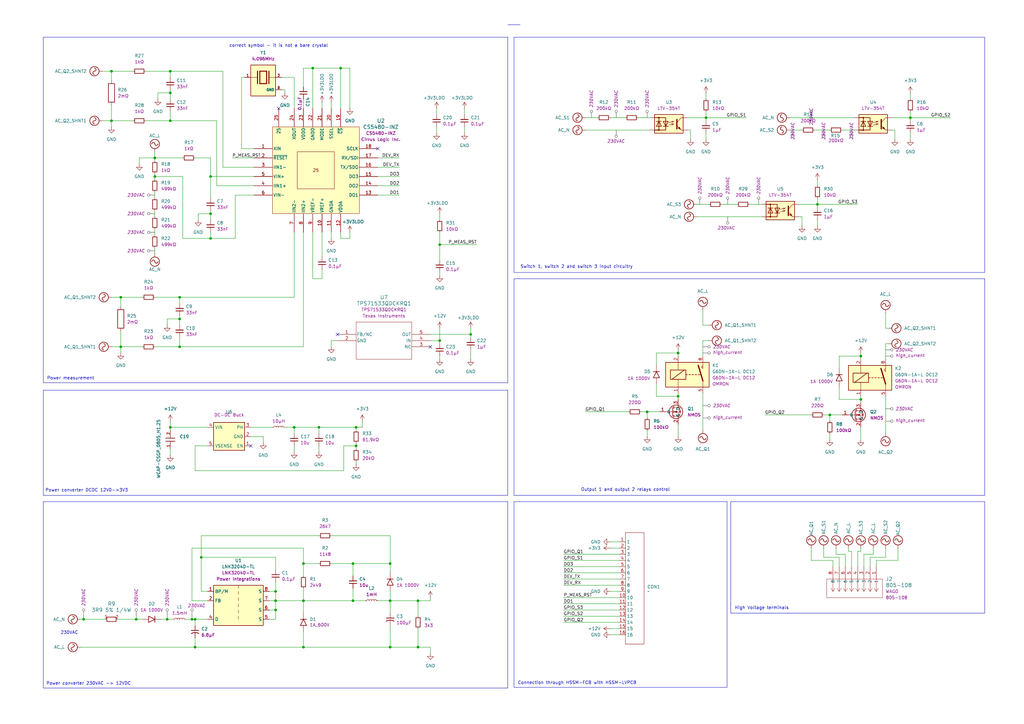
<source format=kicad_sch>
(kicad_sch (version 20231120) (generator "eeschema") (generator_version "8.0")
  (paper "A3")
  (title_block (title "HSSM-HVPCB"))
  (junction (at 146.05 182.88))
  (junction (at 160.02 265.43))
  (junction (at 144.78 246.38))
  (junction (at 113.03 246.38))
  (junction (at 193.04 137.16))
  (junction (at 73.66 121.92))
  (junction (at 34.29 254))
  (junction (at 86.36 87.63))
  (junction (at 49.53 121.92))
  (junction (at 353.06 146.05))
  (junction (at 144.78 231.14))
  (junction (at 86.36 72.39))
  (junction (at 63.5 64.77))
  (junction (at 55.88 254))
  (junction (at 120.65 175.26))
  (junction (at 78.74 254))
  (junction (at 335.28 83.82))
  (junction (at 86.36 97.79))
  (junction (at 80.01 265.43))
  (junction (at 278.13 162.56))
  (junction (at 124.46 265.43))
  (junction (at 69.85 29.21))
  (junction (at 69.85 38.1))
  (junction (at 160.02 246.38))
  (junction (at 45.72 29.21))
  (junction (at 73.66 142.24))
  (junction (at 171.45 246.38))
  (junction (at 69.85 49.53))
  (junction (at 63.5 72.39))
  (junction (at 160.02 231.14))
  (junction (at 128.27 27.94))
  (junction (at 69.85 175.26))
  (junction (at 113.03 250.19))
  (junction (at 278.13 144.78))
  (junction (at 340.36 170.18))
  (junction (at 265.43 168.91))
  (junction (at 180.34 100.33))
  (junction (at 146.05 175.26))
  (junction (at 113.03 242.57))
  (junction (at 124.46 246.38))
  (junction (at 82.55 228.6))
  (junction (at 130.81 175.26))
  (junction (at 73.66 130.81))
  (junction (at 49.53 142.24))
  (junction (at 180.34 139.7))
  (junction (at 373.38 48.26))
  (junction (at 68.58 254))
  (junction (at 45.72 49.53))
  (junction (at 353.06 163.83))
  (junction (at 289.56 48.26))
  (junction (at 80.01 254))
  (junction (at 171.45 265.43))
  (junction (at 139.7 27.94))
  (junction (at 124.46 231.14))
  (no_connect (at 114.3 44.45))
  (no_connect (at 154.94 60.96))
  (no_connect (at 138.43 137.16))
  (no_connect (at 102.87 182.88))
  (no_connect (at 176.53 142.24))
  (wire (pts (xy 64.77 38.1) (xy 64.77 40.64)))
  (wire (pts (xy 69.85 184.15) (xy 69.85 186.69)))
  (wire (pts (xy 128.27 27.94) (xy 139.7 27.94)))
  (wire (pts (xy 269.24 149.86) (xy 269.24 144.78)))
  (wire (pts (xy 307.34 83.82) (xy 312.42 83.82)))
  (wire (pts (xy 135.89 219.71) (xy 160.02 219.71)))
  (wire (pts (xy 353.06 146.05) (xy 353.06 147.32)))
  (wire (pts (xy 45.72 121.92) (xy 49.53 121.92)))
  (wire (pts (xy 190.5 52.07) (xy 190.5 54.61)))
  (wire (pts (xy 373.38 54.61) (xy 373.38 57.15)))
  (wire (pts (xy 269.24 144.78) (xy 278.13 144.78)))
  (wire (pts (xy 337.82 170.18) (xy 340.36 170.18)))
  (wire (pts (xy 340.36 170.18) (xy 340.36 172.72)))
  (wire (pts (xy 323.85 48.26) (xy 350.52 48.26)))
  (wire (pts (xy 45.72 142.24) (xy 49.53 142.24)))
  (wire (pts (xy 124.46 265.43) (xy 160.02 265.43)))
  (wire (pts (xy 356.87 228.6) (xy 363.22 228.6)))
  (wire (pts (xy 96.52 80.01) (xy 104.14 80.01)))
  (wire (pts (xy 334.01 53.34) (xy 340.36 53.34)))
  (wire (pts (xy 231.14 247.65) (xy 254 247.65)))
  (wire (pts (xy 171.45 257.81) (xy 171.45 265.43)))
  (wire (pts (xy 69.85 38.1) (xy 69.85 40.64)))
  (wire (pts (xy 146.05 189.23) (xy 146.05 190.5)))
  (wire (pts (xy 363.22 128.27) (xy 363.22 134.62)))
  (wire (pts (xy 344.17 163.83) (xy 353.06 163.83)))
  (wire (pts (xy 124.46 27.94) (xy 124.46 35.56)))
  (wire (pts (xy 91.44 29.21) (xy 91.44 68.58)))
  (wire (pts (xy 102.87 179.07) (xy 107.95 179.07)))
  (wire (pts (xy 113.03 242.57) (xy 110.49 242.57)))
  (wire (pts (xy 88.9 76.2) (xy 104.14 76.2)))
  (wire (pts (xy 68.58 130.81) (xy 68.58 133.35)))
  (wire (pts (xy 107.95 179.07) (xy 107.95 181.61)))
  (wire (pts (xy 154.94 68.58) (xy 163.83 68.58)))
  (wire (pts (xy 34.29 252.73) (xy 34.29 254)))
  (wire (pts (xy 351.79 232.41) (xy 351.79 226.06)))
  (wire (pts (xy 146.05 175.26) (xy 148.59 175.26)))
  (wire (pts (xy 143.51 27.94) (xy 143.51 44.45)))
  (wire (pts (xy 262.89 168.91) (xy 265.43 168.91)))
  (wire (pts (xy 63.5 78.74) (xy 63.5 81.28)))
  (wire (pts (xy 78.74 224.79) (xy 124.46 224.79)))
  (wire (pts (xy 345.44 53.34) (xy 350.52 53.34)))
  (wire (pts (xy 278.13 173.99) (xy 278.13 179.07)))
  (wire (pts (xy 354.33 227.33) (xy 358.14 227.33)))
  (wire (pts (xy 344.17 146.05) (xy 353.06 146.05)))
  (wire (pts (xy 354.33 232.41) (xy 354.33 227.33)))
  (wire (pts (xy 179.07 52.07) (xy 179.07 54.61)))
  (wire (pts (xy 353.06 163.83) (xy 353.06 165.1)))
  (wire (pts (xy 363.22 140.97) (xy 363.22 147.32)))
  (wire (pts (xy 373.38 48.26) (xy 373.38 49.53)))
  (wire (pts (xy 124.46 231.14) (xy 124.46 236.22)))
  (wire (pts (xy 86.36 64.77) (xy 86.36 72.39)))
  (wire (pts (xy 270.51 168.91) (xy 265.43 168.91)))
  (wire (pts (xy 45.72 49.53) (xy 45.72 52.07)))
  (wire (pts (xy 373.38 38.1) (xy 373.38 40.64)))
  (wire (pts (xy 135.89 41.91) (xy 135.89 44.45)))
  (wire (pts (xy 146.05 175.26) (xy 146.05 176.53)))
  (wire (pts (xy 288.29 127) (xy 288.29 133.35)))
  (wire (pts (xy 281.94 53.34) (xy 283.21 53.34)))
  (wire (pts (xy 41.91 29.21) (xy 45.72 29.21)))
  (wire (pts (xy 69.85 175.26) (xy 69.85 176.53)))
  (wire (pts (xy 120.65 95.25) (xy 120.65 121.92)))
  (wire (pts (xy 363.22 140.97) (xy 364.49 140.97)))
  (wire (pts (xy 49.53 142.24) (xy 49.53 144.78)))
  (wire (pts (xy 124.46 224.79) (xy 124.46 231.14)))
  (wire (pts (xy 278.13 143.51) (xy 278.13 144.78)))
  (wire (pts (xy 240.03 48.26) (xy 245.11 48.26)))
  (wire (pts (xy 59.69 49.53) (xy 69.85 49.53)))
  (wire (pts (xy 80.01 261.62) (xy 80.01 265.43)))
  (wire (pts (xy 261.62 48.26) (xy 266.7 48.26)))
  (wire (pts (xy 160.02 219.71) (xy 160.02 231.14)))
  (wire (pts (xy 73.66 129.54) (xy 73.66 130.81)))
  (wire (pts (xy 146.05 181.61) (xy 146.05 182.88)))
  (wire (pts (xy 76.2 254) (xy 78.74 254)))
  (wire (pts (xy 68.58 252.73) (xy 68.58 254)))
  (wire (pts (xy 48.26 254) (xy 55.88 254)))
  (wire (pts (xy 344.17 232.41) (xy 344.17 228.6)))
  (wire (pts (xy 64.77 38.1) (xy 69.85 38.1)))
  (wire (pts (xy 45.72 43.18) (xy 45.72 49.53)))
  (wire (pts (xy 82.55 219.71) (xy 82.55 228.6)))
  (wire (pts (xy 99.06 31.75) (xy 100.33 31.75)))
  (wire (pts (xy 176.53 265.43) (xy 176.53 267.97)))
  (wire (pts (xy 332.74 229.87) (xy 341.63 229.87)))
  (wire (pts (xy 231.14 240.03) (xy 254 240.03)))
  (wire (pts (xy 344.17 158.75) (xy 344.17 163.83)))
  (wire (pts (xy 124.46 259.08) (xy 124.46 265.43)))
  (wire (pts (xy 120.65 175.26) (xy 130.81 175.26)))
  (wire (pts (xy 180.34 100.33) (xy 180.34 106.68)))
  (wire (pts (xy 154.94 64.77) (xy 163.83 64.77)))
  (wire (pts (xy 88.9 49.53) (xy 88.9 76.2)))
  (wire (pts (xy 120.65 175.26) (xy 120.65 177.8)))
  (wire (pts (xy 49.53 135.89) (xy 49.53 142.24)))
  (wire (pts (xy 63.5 101.6) (xy 63.5 104.14)))
  (wire (pts (xy 278.13 161.29) (xy 278.13 162.56)))
  (wire (pts (xy 335.28 83.82) (xy 351.79 83.82)))
  (wire (pts (xy 63.5 72.39) (xy 74.93 72.39)))
  (wire (pts (xy 176.53 245.11) (xy 176.53 246.38)))
  (wire (pts (xy 130.81 231.14) (xy 124.46 231.14)))
  (wire (pts (xy 327.66 83.82) (xy 335.28 83.82)))
  (wire (pts (xy 124.46 246.38) (xy 144.78 246.38)))
  (wire (pts (xy 120.65 182.88) (xy 120.65 185.42)))
  (wire (pts (xy 289.56 48.26) (xy 306.07 48.26)))
  (wire (pts (xy 33.02 254) (xy 34.29 254)))
  (wire (pts (xy 160.02 256.54) (xy 160.02 265.43)))
  (wire (pts (xy 171.45 246.38) (xy 176.53 246.38)))
  (wire (pts (xy 124.46 142.24) (xy 124.46 95.25)))
  (wire (pts (xy 288.29 161.29) (xy 288.29 176.53)))
  (wire (pts (xy 289.56 38.1) (xy 289.56 40.64)))
  (wire (pts (xy 95.25 64.77) (xy 104.14 64.77)))
  (wire (pts (xy 63.5 64.77) (xy 63.5 66.04)))
  (wire (pts (xy 74.93 72.39) (xy 74.93 97.79)))
  (wire (pts (xy 55.88 252.73) (xy 55.88 254)))
  (wire (pts (xy 179.07 44.45) (xy 179.07 46.99)))
  (wire (pts (xy 146.05 182.88) (xy 146.05 184.15)))
  (wire (pts (xy 33.02 265.43) (xy 80.01 265.43)))
  (wire (pts (xy 363.22 134.62) (xy 364.49 134.62)))
  (wire (pts (xy 285.75 88.9) (xy 312.42 88.9)))
  (wire (pts (xy 180.34 95.25) (xy 180.34 100.33)))
  (wire (pts (xy 231.14 252.73) (xy 254 252.73)))
  (wire (pts (xy 359.41 229.87) (xy 368.3 229.87)))
  (wire (pts (xy 358.14 224.79) (xy 358.14 227.33)))
  (wire (pts (xy 102.87 175.26) (xy 111.76 175.26)))
  (wire (pts (xy 68.58 130.81) (xy 73.66 130.81)))
  (wire (pts (xy 115.57 36.83) (xy 116.84 36.83)))
  (wire (pts (xy 91.44 68.58) (xy 104.14 68.58)))
  (wire (pts (xy 80.01 265.43) (xy 124.46 265.43)))
  (wire (pts (xy 328.93 88.9) (xy 328.93 92.71)))
  (wire (pts (xy 278.13 144.78) (xy 278.13 146.05)))
  (wire (pts (xy 66.04 254) (xy 68.58 254)))
  (wire (pts (xy 193.04 134.62) (xy 193.04 137.16)))
  (wire (pts (xy 86.36 72.39) (xy 104.14 72.39)))
  (wire (pts (xy 139.7 95.25) (xy 139.7 97.79)))
  (wire (pts (xy 363.22 162.56) (xy 363.22 177.8)))
  (wire (pts (xy 231.14 237.49) (xy 254 237.49)))
  (wire (pts (xy 73.66 142.24) (xy 124.46 142.24)))
  (polyline (pts (xy 208.28 10.16) (xy 213.36 10.16)))
  (wire (pts (xy 231.14 229.87) (xy 254 229.87)))
  (wire (pts (xy 373.38 48.26) (xy 389.89 48.26)))
  (wire (pts (xy 342.9 227.33) (xy 342.9 224.79)))
  (wire (pts (xy 69.85 29.21) (xy 91.44 29.21)))
  (wire (pts (xy 154.94 80.01) (xy 163.83 80.01)))
  (wire (pts (xy 349.25 226.06) (xy 347.98 226.06)))
  (wire (pts (xy 281.94 48.26) (xy 289.56 48.26)))
  (wire (pts (xy 335.28 73.66) (xy 335.28 76.2)))
  (wire (pts (xy 231.14 227.33) (xy 254 227.33)))
  (wire (pts (xy 231.14 234.95) (xy 254 234.95)))
  (wire (pts (xy 193.04 138.43) (xy 193.04 137.16)))
  (wire (pts (xy 80.01 254) (xy 85.09 254)))
  (wire (pts (xy 135.89 139.7) (xy 135.89 142.24)))
  (wire (pts (xy 356.87 232.41) (xy 356.87 228.6)))
  (wire (pts (xy 128.27 27.94) (xy 128.27 44.45)))
  (wire (pts (xy 63.5 64.77) (xy 74.93 64.77)))
  (wire (pts (xy 130.81 175.26) (xy 146.05 175.26)))
  (wire (pts (xy 132.08 41.91) (xy 132.08 44.45)))
  (wire (pts (xy 69.85 45.72) (xy 69.85 49.53)))
  (wire (pts (xy 160.02 246.38) (xy 160.02 251.46)))
  (wire (pts (xy 139.7 27.94) (xy 143.51 27.94)))
  (wire (pts (xy 49.53 142.24) (xy 58.42 142.24)))
  (wire (pts (xy 124.46 27.94) (xy 128.27 27.94)))
  (wire (pts (xy 130.81 182.88) (xy 130.81 185.42)))
  (wire (pts (xy 288.29 139.7) (xy 290.83 139.7)))
  (wire (pts (xy 140.97 182.88) (xy 140.97 193.04)))
  (wire (pts (xy 368.3 229.87) (xy 368.3 224.79)))
  (wire (pts (xy 78.74 254) (xy 80.01 254)))
  (wire (pts (xy 82.55 228.6) (xy 82.55 242.57)))
  (wire (pts (xy 81.28 87.63) (xy 81.28 90.17)))
  (wire (pts (xy 63.5 121.92) (xy 73.66 121.92)))
  (wire (pts (xy 63.5 62.23) (xy 63.5 64.77)))
  (wire (pts (xy 160.02 246.38) (xy 154.94 246.38)))
  (wire (pts (xy 69.85 175.26) (xy 85.09 175.26)))
  (wire (pts (xy 289.56 54.61) (xy 289.56 57.15)))
  (wire (pts (xy 113.03 228.6) (xy 82.55 228.6)))
  (wire (pts (xy 130.81 219.71) (xy 82.55 219.71)))
  (wire (pts (xy 80.01 182.88) (xy 85.09 182.88)))
  (wire (pts (xy 335.28 90.17) (xy 335.28 92.71)))
  (wire (pts (xy 59.69 29.21) (xy 69.85 29.21)))
  (wire (pts (xy 346.71 232.41) (xy 346.71 227.33)))
  (wire (pts (xy 250.19 260.35) (xy 254 260.35)))
  (wire (pts (xy 113.03 238.76) (xy 113.03 242.57)))
  (wire (pts (xy 180.34 146.05) (xy 180.34 147.32)))
  (wire (pts (xy 138.43 139.7) (xy 135.89 139.7)))
  (wire (pts (xy 132.08 95.25) (xy 132.08 105.41)))
  (wire (pts (xy 148.59 172.72) (xy 148.59 175.26)))
  (wire (pts (xy 265.43 176.53) (xy 265.43 179.07)))
  (wire (pts (xy 130.81 175.26) (xy 130.81 177.8)))
  (wire (pts (xy 116.84 175.26) (xy 120.65 175.26)))
  (wire (pts (xy 160.02 231.14) (xy 160.02 234.95)))
  (wire (pts (xy 69.85 36.83) (xy 69.85 38.1)))
  (wire (pts (xy 78.74 246.38) (xy 78.74 224.79)))
  (wire (pts (xy 68.58 254) (xy 71.12 254)))
  (wire (pts (xy 353.06 162.56) (xy 353.06 163.83)))
  (wire (pts (xy 231.14 250.19) (xy 254 250.19)))
  (wire (pts (xy 45.72 49.53) (xy 54.61 49.53)))
  (wire (pts (xy 45.72 29.21) (xy 45.72 33.02)))
  (wire (pts (xy 285.75 83.82) (xy 290.83 83.82)))
  (wire (pts (xy 49.53 121.92) (xy 49.53 125.73)))
  (wire (pts (xy 231.14 245.11) (xy 254 245.11)))
  (wire (pts (xy 74.93 97.79) (xy 86.36 97.79)))
  (wire (pts (xy 176.53 139.7) (xy 180.34 139.7)))
  (wire (pts (xy 363.22 228.6) (xy 363.22 224.79)))
  (wire (pts (xy 144.78 241.3) (xy 144.78 246.38)))
  (wire (pts (xy 113.03 250.19) (xy 113.03 246.38)))
  (wire (pts (xy 269.24 157.48) (xy 269.24 162.56)))
  (wire (pts (xy 120.65 31.75) (xy 120.65 44.45)))
  (wire (pts (xy 353.06 175.26) (xy 353.06 180.34)))
  (wire (pts (xy 110.49 254) (xy 113.03 254)))
  (wire (pts (xy 45.72 29.21) (xy 54.61 29.21)))
  (wire (pts (xy 288.29 139.7) (xy 288.29 146.05)))
  (wire (pts (xy 49.53 121.92) (xy 58.42 121.92)))
  (wire (pts (xy 250.19 224.79) (xy 254 224.79)))
  (wire (pts (xy 86.36 72.39) (xy 86.36 81.28)))
  (wire (pts (xy 337.82 228.6) (xy 337.82 224.79)))
  (wire (pts (xy 160.02 265.43) (xy 171.45 265.43)))
  (wire (pts (xy 69.85 29.21) (xy 69.85 31.75)))
  (wire (pts (xy 128.27 114.3) (xy 132.08 114.3)))
  (wire (pts (xy 96.52 80.01) (xy 96.52 97.79)))
  (wire (pts (xy 115.57 31.75) (xy 120.65 31.75)))
  (wire (pts (xy 85.09 246.38) (xy 78.74 246.38)))
  (wire (pts (xy 80.01 254) (xy 80.01 256.54)))
  (wire (pts (xy 367.03 53.34) (xy 367.03 57.15)))
  (wire (pts (xy 85.09 242.57) (xy 82.55 242.57)))
  (wire (pts (xy 344.17 151.13) (xy 344.17 146.05)))
  (wire (pts (xy 341.63 229.87) (xy 341.63 232.41)))
  (wire (pts (xy 353.06 144.78) (xy 353.06 146.05)))
  (wire (pts (xy 63.5 71.12) (xy 63.5 72.39)))
  (wire (pts (xy 295.91 83.82) (xy 302.26 83.82)))
  (wire (pts (xy 176.53 137.16) (xy 193.04 137.16)))
  (wire (pts (xy 335.28 83.82) (xy 335.28 81.28)))
  (wire (pts (xy 351.79 226.06) (xy 353.06 226.06)))
  (wire (pts (xy 113.03 246.38) (xy 124.46 246.38)))
  (wire (pts (xy 110.49 250.19) (xy 113.03 250.19)))
  (wire (pts (xy 86.36 95.25) (xy 86.36 97.79)))
  (wire (pts (xy 160.02 242.57) (xy 160.02 246.38)))
  (wire (pts (xy 69.85 172.72) (xy 69.85 175.26)))
  (wire (pts (xy 365.76 53.34) (xy 367.03 53.34)))
  (wire (pts (xy 250.19 222.25) (xy 254 222.25)))
  (wire (pts (xy 180.34 87.63) (xy 180.34 90.17)))
  (wire (pts (xy 69.85 49.53) (xy 88.9 49.53)))
  (wire (pts (xy 99.06 60.96) (xy 104.14 60.96)))
  (wire (pts (xy 80.01 182.88) (xy 80.01 193.04)))
  (wire (pts (xy 86.36 86.36) (xy 86.36 87.63)))
  (wire (pts (xy 144.78 231.14) (xy 144.78 236.22)))
  (wire (pts (xy 81.28 87.63) (xy 86.36 87.63)))
  (wire (pts (xy 250.19 242.57) (xy 254 242.57)))
  (wire (pts (xy 113.03 246.38) (xy 110.49 246.38)))
  (wire (pts (xy 190.5 44.45) (xy 190.5 46.99)))
  (wire (pts (xy 57.15 64.77) (xy 57.15 67.31)))
  (wire (pts (xy 135.89 231.14) (xy 144.78 231.14)))
  (wire (pts (xy 345.44 170.18) (xy 340.36 170.18)))
  (wire (pts (xy 250.19 257.81) (xy 254 257.81)))
  (wire (pts (xy 63.5 86.36) (xy 63.5 88.9)))
  (wire (pts (xy 231.14 255.27) (xy 254 255.27)))
  (wire (pts (xy 340.36 177.8) (xy 340.36 180.34)))
  (wire (pts (xy 143.51 95.25) (xy 143.51 97.79)))
  (wire (pts (xy 250.19 48.26) (xy 256.54 48.26)))
  (wire (pts (xy 139.7 27.94) (xy 139.7 44.45)))
  (wire (pts (xy 139.7 97.79) (xy 143.51 97.79)))
  (wire (pts (xy 154.94 72.39) (xy 163.83 72.39)))
  (wire (pts (xy 346.71 227.33) (xy 342.9 227.33)))
  (wire (pts (xy 365.76 48.26) (xy 373.38 48.26)))
  (wire (pts (xy 135.89 95.25) (xy 135.89 97.79)))
  (wire (pts (xy 171.45 246.38) (xy 171.45 252.73)))
  (wire (pts (xy 63.5 142.24) (xy 73.66 142.24)))
  (wire (pts (xy 349.25 232.41) (xy 349.25 226.06)))
  (wire (pts (xy 63.5 72.39) (xy 63.5 73.66)))
  (wire (pts (xy 73.66 121.92) (xy 120.65 121.92)))
  (wire (pts (xy 231.14 232.41) (xy 254 232.41)))
  (wire (pts (xy 171.45 265.43) (xy 176.53 265.43)))
  (wire (pts (xy 180.34 139.7) (xy 180.34 140.97)))
  (wire (pts (xy 359.41 232.41) (xy 359.41 229.87)))
  (wire (pts (xy 124.46 40.64) (xy 124.46 44.45)))
  (wire (pts (xy 57.15 64.77) (xy 63.5 64.77)))
  (wire (pts (xy 269.24 162.56) (xy 278.13 162.56)))
  (wire (pts (xy 55.88 254) (xy 58.42 254)))
  (wire (pts (xy 180.34 134.62) (xy 180.34 139.7)))
  (wire (pts (xy 80.01 193.04) (xy 140.97 193.04)))
  (wire (pts (xy 78.74 252.73) (xy 78.74 254)))
  (wire (pts (xy 288.29 133.35) (xy 290.83 133.35)))
  (wire (pts (xy 116.84 36.83) (xy 116.84 38.1)))
  (wire (pts (xy 124.46 241.3) (xy 124.46 246.38)))
  (wire (pts (xy 160.02 246.38) (xy 171.45 246.38)))
  (wire (pts (xy 73.66 130.81) (xy 73.66 133.35)))
  (wire (pts (xy 335.28 83.82) (xy 335.28 85.09)))
  (wire (pts (xy 313.69 170.18) (xy 332.74 170.18)))
  (wire (pts (xy 283.21 53.34) (xy 283.21 57.15)))
  (wire (pts (xy 73.66 138.43) (xy 73.66 142.24)))
  (wire (pts (xy 86.36 97.79) (xy 96.52 97.79)))
  (wire (pts (xy 180.34 100.33) (xy 195.58 100.33)))
  (wire (pts (xy 144.78 231.14) (xy 160.02 231.14)))
  (wire (pts (xy 73.66 121.92) (xy 73.66 124.46)))
  (wire (pts (xy 124.46 246.38) (xy 124.46 251.46)))
  (wire (pts (xy 347.98 226.06) (xy 347.98 224.79)))
  (wire (pts (xy 140.97 182.88) (xy 146.05 182.88)))
  (wire (pts (xy 113.03 242.57) (xy 113.03 246.38)))
  (wire (pts (xy 373.38 48.26) (xy 373.38 45.72)))
  (wire (pts (xy 34.29 254) (xy 43.18 254)))
  (wire (pts (xy 132.08 110.49) (xy 132.08 114.3)))
  (wire (pts (xy 265.43 168.91) (xy 265.43 171.45)))
  (wire (pts (xy 41.91 49.53) (xy 45.72 49.53)))
  (wire (pts (xy 327.66 88.9) (xy 328.93 88.9)))
  (wire (pts (xy 99.06 31.75) (xy 99.06 60.96)))
  (wire (pts (xy 113.03 254) (xy 113.03 250.19)))
  (wire (pts (xy 240.03 168.91) (xy 257.81 168.91)))
  (wire (pts (xy 332.74 224.79) (xy 332.74 229.87)))
  (wire (pts (xy 128.27 95.25) (xy 128.27 114.3)))
  (wire (pts (xy 323.85 53.34) (xy 328.93 53.34)))
  (wire (pts (xy 180.34 111.76) (xy 180.34 113.03)))
  (wire (pts (xy 344.17 228.6) (xy 337.82 228.6)))
  (wire (pts (xy 193.04 143.51) (xy 193.04 147.32)))
  (wire (pts (xy 144.78 246.38) (xy 149.86 246.38)))
  (wire (pts (xy 289.56 48.26) (xy 289.56 45.72)))
  (wire (pts (xy 113.03 233.68) (xy 113.03 228.6)))
  (wire (pts (xy 154.94 76.2) (xy 163.83 76.2)))
  (wire (pts (xy 63.5 93.98) (xy 63.5 96.52)))
  (wire (pts (xy 353.06 226.06) (xy 353.06 224.79)))
  (wire (pts (xy 278.13 162.56) (xy 278.13 163.83)))
  (wire (pts (xy 240.03 53.34) (xy 266.7 53.34)))
  (wire (pts (xy 80.01 64.77) (xy 86.36 64.77)))
  (wire (pts (xy 289.56 48.26) (xy 289.56 49.53)))
  (wire (pts (xy 86.36 87.63) (xy 86.36 90.17)))
  (rectangle (start 210.82 15.24) (end 403.86 111.76))
  (rectangle (start 299.72 205.74) (end 403.86 251.46))
  (rectangle (start 17.78 15.24) (end 208.28 156.972))
  (rectangle (start 210.82 114.3) (end 403.86 203.2))
  (rectangle (start 210.82 205.74) (end 298.196 281.94))
  (rectangle (start 17.78 160.02) (end 208.28 203.2))
  (rectangle (start 17.78 205.74) (end 208.28 282.194))
  (text "Output 1 and output 2 relays control" (at 256.54 200.914 0) (effects (font (size 1.27 1.27))))
  (text "High Voltage terminals" (at 312.42 249.428 0) (effects (font (size 1.27 1.27))))
  (text "Power measurement" (at 28.956 155.194 0) (effects (font (size 1.27 1.27))))
  (text "230VAC" (at 28.448 259.588 0) (effects (font (size 1.27 1.27))))
  (text "Connection through HSSM-FCB with HSSM-LVPCB" (at 236.728 280.162 0) (effects (font (size 1.27 1.27))))
  (text "Power converter DCDC 12V0->3V3" (at 35.56 201.168 0) (effects (font (size 1.27 1.27))))
  (text "Power converter 230VAC -> 12VDC" (at 36.322 280.416 0) (effects (font (size 1.27 1.27))))
  (text "correct symbol - it is not a bare crystal" (at 114.3 18.796 0) (effects (font (size 1.27 1.27))))
  (text "Switch 1, switch 2 and switch 3 input circuitry" (at 236.474 109.474 0) (effects (font (size 1.27 1.27))))
  (label "DO1" (at 231.14 247.65 0))
  (label "GPIO_Q1" (at 240.03 168.91 0))
  (label "DEV_TX" (at 163.83 68.58 180))
  (label "DEV_TX" (at 231.14 237.49 0))
  (label "DO1" (at 163.83 80.01 180))
  (label "GPIO_Q1" (at 231.14 227.33 0))
  (label "GPIO_S1" (at 231.14 229.87 0))
  (label "GPIO_S3" (at 351.79 83.82 180))
  (label "DO3" (at 163.83 72.39 180))
  (label "DO2" (at 163.83 76.2 180))
  (label "P_MEAS_RST" (at 231.14 245.11 0))
  (label "GPIO_S2" (at 389.89 48.26 180))
  (label "GPIO_Q2" (at 231.14 255.27 0))
  (label "DO2" (at 231.14 234.95 0))
  (label "GPIO_Q2" (at 313.69 170.18 0))
  (label "P_MEAS_RST" (at 195.58 100.33 180))
  (label "P_MEAS_RST" (at 95.25 64.77 0))
  (label "GPIO_S2" (at 231.14 252.73 0))
  (label "GPIO_S1" (at 306.07 48.26 180))
  (label "DO3" (at 231.14 232.41 0))
  (label "DEV_RX" (at 163.83 64.77 180))
  (label "GPIO_S3" (at 231.14 250.19 0))
  (label "DEV_RX" (at 231.14 240.03 0))
  (netclass_flag "" (length 2.54) (shape round) (at 288.29 142.24 270) (property "Netclass" "230VAC" (at 292.354 142.24 0) (effects (font (italic yes)) (justify left))))
  (netclass_flag "" (length 2.54) (shape round) (at 287.02 83.82 0) (property "Netclass" "230VAC" (at 287.02 79.756 90) (effects (font (italic yes)) (justify left))))
  (netclass_flag "" (length 2.54) (shape round) (at 363.22 143.51 270) (property "Netclass" "230VAC" (at 367.284 143.51 0) (effects (font (italic yes)) (justify left))))
  (netclass_flag "" (length 2.54) (shape round) (at 265.43 48.26 0) (property "Netclass" "230VAC" (at 265.43 44.196 90) (effects (font (italic yes)) (justify left))))
  (netclass_flag "" (length 2.54) (shape round) (at 363.22 172.72 270) (property "Netclass" "high_current" (at 367.284 172.466 0) (effects (font (italic yes)) (justify left))))
  (netclass_flag "" (length 2.54) (shape round) (at 363.22 167.64 270) (property "Netclass" "230VAC" (at 367.284 167.64 0) (effects (font (italic yes)) (justify left))))
  (netclass_flag "" (length 2.54) (shape round) (at 63.5 87.63 90) (property "Netclass" "230VAC" (at 59.436 87.63 0) (effects (font (italic yes)) (justify right))))
  (netclass_flag "" (length 2.54) (shape round) (at 252.73 48.26 0) (property "Netclass" "230VAC" (at 252.73 44.196 90) (effects (font (italic yes)) (justify left))))
  (netclass_flag "" (length 2.54) (shape round) (at 68.58 252.73 0) (property "Netclass" "230VAC" (at 68.58 248.666 90) (effects (font (italic yes)) (justify left))))
  (netclass_flag "" (length 2.54) (shape round) (at 325.12 53.34 180) (property "Netclass" "230VAC" (at 325.12 57.404 90) (effects (font (italic yes)) (justify left))))
  (netclass_flag "" (length 2.54) (shape round) (at 63.5 80.01 90) (property "Netclass" "230VAC" (at 59.436 80.01 0) (effects (font (italic yes)) (justify right))))
  (netclass_flag "" (length 2.54) (shape round) (at 252.73 53.34 180) (property "Netclass" "230VAC" (at 256.286 57.912 0) (effects (font (italic yes)) (justify right))))
  (netclass_flag "" (length 2.54) (shape round) (at 55.88 252.73 0) (property "Netclass" "230VAC" (at 55.88 248.666 90) (effects (font (italic yes)) (justify left))))
  (netclass_flag "" (length 2.54) (shape round) (at 34.29 252.73 0) (property "Netclass" "230VAC" (at 34.29 248.666 90) (effects (font (italic yes)) (justify left))))
  (netclass_flag "" (length 2.54) (shape round) (at 311.15 83.82 0) (property "Netclass" "230VAC" (at 311.15 79.756 90) (effects (font (italic yes)) (justify left))))
  (netclass_flag "" (length 2.54) (shape round) (at 349.25 53.34 180) (property "Netclass" "230VAC" (at 349.25 57.404 90) (effects (font (italic yes)) (justify left))))
  (netclass_flag "" (length 2.54) (shape round) (at 298.45 83.82 0) (property "Netclass" "230VAC" (at 298.45 79.756 90) (effects (font (italic yes)) (justify left))))
  (netclass_flag "" (length 2.54) (shape round) (at 337.82 53.34 180) (property "Netclass" "230VAC" (at 337.82 57.404 90) (effects (font (italic yes)) (justify left))))
  (netclass_flag "" (length 2.54) (shape round) (at 298.45 88.9 180) (property "Netclass" "230VAC" (at 301.498 93.472 0) (effects (font (italic yes)) (justify right))))
  (netclass_flag "" (length 2.54) (shape round) (at 288.29 166.37 270) (property "Netclass" "230VAC" (at 292.354 166.37 0) (effects (font (italic yes)) (justify left))))
  (netclass_flag "" (length 2.54) (shape round) (at 363.22 146.05 270) (property "Netclass" "high_current" (at 367.284 145.796 0) (effects (font (italic yes)) (justify left))))
  (netclass_flag "" (length 2.54) (shape round) (at 288.29 144.78 270) (property "Netclass" "high_current" (at 292.354 144.526 0) (effects (font (italic yes)) (justify left))))
  (netclass_flag "" (length 2.54) (shape round) (at 63.5 95.25 90) (property "Netclass" "230VAC" (at 59.436 95.25 0) (effects (font (italic yes)) (justify right))))
  (netclass_flag "" (length 2.54) (shape round) (at 63.5 102.87 90) (property "Netclass" "230VAC" (at 59.436 102.87 0) (effects (font (italic yes)) (justify right))))
  (netclass_flag "" (length 2.54) (shape round) (at 332.74 48.26 0) (property "Netclass" "230VAC" (at 332.74 44.196 90) (effects (font (italic yes)) (justify right))))
  (netclass_flag "" (length 2.54) (shape round) (at 78.74 252.73 0) (property "Netclass" "230VAC" (at 76.962 248.412 0) (effects (font (italic yes)) (justify left))))
  (netclass_flag "" (length 2.54) (shape round) (at 288.29 171.45 270) (property "Netclass" "high_current" (at 292.354 171.196 0) (effects (font (italic yes)) (justify left))))
  (netclass_flag "" (length 2.54) (shape round) (at 242.57 48.26 0) (property "Netclass" "230VAC" (at 242.57 44.196 90) (effects (font (italic yes)) (justify left))))
  (symbol (lib_id "HSSM-HVPCB:power_meter_CS5480-INZ") (at 129.54 69.85 0) (unit 1)
    (property "Reference" "U2" (at 156.21 49.5614 0) (effects (font (size 1.524 1.524))))
    (property "Value" "CS5480-INZ" (at 156.21 52.1014 0) (effects (font (size 1.524 1.524))))
    (property "Footprint" "HSSM-HVPCB:CIR-QFN-24" (effects (hide yes)))
    (property "Datasheet" "https://d3uzseaevmutz1.cloudfront.net/pubs/proDatasheet/CS5480_F3.pdf" (effects (hide yes)))
    (property "Description" "IC ENERGY METER 3-CH 24QFN" (effects (hide yes)))
    (property "MPN" "CS5480-INZ" (at 156.21 54.6414 0))
    (property "Manufacturer" "Cirrus Logic Inc." (at 156.21 57.1814 0))
  )
  (symbol (lib_id "power:AC") (at 337.82 224.79 0) (unit 1)
    (property "Reference" "#PWR014" (effects (hide yes)))
    (property "Value" "AC_S1" (at 337.82 219.202 90) (effects (justify left)))
    (property "Description" "Power symbol creates a global label with name \"AC\"" (effects (hide yes)))
  )
  (symbol (lib_id "power:GND") (at 116.84 38.1 0) (unit 1)
    (property "Reference" "#PWR058" (effects (hide yes)))
    (property "Value" "GND" (at 116.84 43.18 0))
    (property "Description" "Power symbol creates a global label with name \"GND\" , ground" (effects (hide yes)))
  )
  (symbol (lib_id "power:GND") (at 250.19 260.35 270) (unit 1)
    (property "Reference" "#PWR062" (effects (hide yes)))
    (property "Value" "GND" (at 246.38 260.3499 90) (effects (justify right)))
    (property "Description" "Power symbol creates a global label with name \"GND\" , ground" (effects (hide yes)))
  )
  (symbol (lib_id "power:+3V3") (at 179.07 44.45 0) (unit 1)
    (property "Reference" "#PWR061" (effects (hide yes)))
    (property "Value" "+3V3LDO" (at 178.054 40.132 0))
    (property "Description" "Power symbol creates a global label with name \"+3V3\"" (effects (hide yes)))
  )
  (symbol (lib_id "power:+3V3") (at 180.34 87.63 0) (unit 1)
    (property "Reference" "#PWR023" (effects (hide yes)))
    (property "Value" "+3V3LDO" (at 179.324 83.312 0))
    (property "Description" "Power symbol creates a global label with name \"+3V3\"" (effects (hide yes)))
  )
  (symbol (lib_id "HSSM-HVPCB:TPS560200DBVR_SOIC_6_TI") (at 93.98 179.07 180) (unit 1)
    (property "Reference" "U6" (at 93.98 168.91 0))
    (property "Value" "TPS560200DBVR_SOIC_6_TI" (effects (hide yes)))
    (property "Footprint" "HSSM-HVPCB:SOIC_6" (effects (hide yes)))
    (property "Datasheet" "https://www.ti.com/general/docs/suppproductinfo.tsp?distId=10&gotoUrl=https%3A%2F%2Fwww.ti.com%2Flit%2Fgpn%2Ftps560200" (effects (hide yes)))
    (property "Description" "DC-DC Buck Converter, 4.5V to 17V input, 0.5A output, SOIC-6 package" (effects (hide yes)))
    (property "MPN" "TPS560200DBVR" (effects (hide yes)))
    (property "Manufacturer" "Texas Instruments" (effects (hide yes)))
    (property "License" "Apache-2.0" (effects (hide yes)))
    (property "Author" "Lukasz Nowarkiewicz" (effects (hide yes)))
    (property "Val" "DC-DC Buck" (at 93.98 170.18 0))
  )
  (symbol (lib_id "HSSM-HVPCB:C_6u8_20pct_400V_8mm_WCAP-ATG5_860021374009") (at 80.01 259.08 270) (unit 1)
    (property "Reference" "C2" (at 82.55 257.9369 90) (effects (justify left)))
    (property "Value" "C_6u8_20pct_400V_8mm_WCAP-ATG5_860021374009" (effects (hide yes)))
    (property "Footprint" "HSSM-HVPCB:860021374009" (effects (hide yes)))
    (property "Datasheet" "https://www.we-online.com/components/products/datasheet/860021374009.pdf" (effects (hide yes)))
    (property "Description" "Aluminum Electrolytic Capacitor, 6.8 µF, 400V, ±20%, Radial Leaded, 8mm Diameter, WCAP-ATG5 Series" (effects (hide yes)))
    (property "MPN" "860021374009" (effects (hide yes)))
    (property "Manufacturer" "Würth Elektronik" (effects (hide yes)))
    (property "License" "Apache-2.0" (effects (hide yes)))
    (property "Author" "Lukasz Nowarkiewicz" (effects (hide yes)))
    (property "Val" "6.8µF" (at 82.55 260.4768 90) (effects (justify left)))
  )
  (symbol (lib_id "power:GND") (at 335.28 92.71 0) (unit 1)
    (property "Reference" "#PWR038" (effects (hide yes)))
    (property "Value" "GND" (at 335.28 97.79 0))
    (property "Description" "Power symbol creates a global label with name \"GND\" , ground" (effects (hide yes)))
  )
  (symbol (lib_id "HSSM-HVPCB:R_1k_1pct_0402_CRCW04021K00FKED") (at 60.96 121.92 0) (unit 1)
    (property "Reference" "R24" (at 60.96 115.57 0))
    (property "Value" "R_1k_1pct_0402_CRCW04021K00FKED" (effects (hide yes)))
    (property "Footprint" "HSSM-HVPCB:R_0402" (effects (hide yes)))
    (property "Datasheet" "https://www.vishay.com/docs/20035/dcrcwe3.pdf" (effects (hide yes)))
    (property "Description" "SMD Thick Film Resistor, 1kΩ, ±1%, 0.063W, 0402, Vishay" (effects (hide yes)))
    (property "MPN" "CRCW04021K00FKED" (effects (hide yes)))
    (property "Manufacturer" "Vishay" (effects (hide yes)))
    (property "License" "Apache-2.0" (effects (hide yes)))
    (property "Author" "Lukasz Nowarkiewicz" (effects (hide yes)))
    (property "Val" "1kΩ" (at 60.96 118.11 0))
  )
  (symbol (lib_id "HSSM-HVPCB:C_1uF_10pct_16V_0603_GCM188R71C105KA64D") (at 335.28 87.63 90) (unit 1)
    (property "Reference" "C16" (at 337.82 86.3536 90) (effects (justify right)))
    (property "Value" "C_1uF_10pct_16V_0603_GCM188R71C105KA64D" (effects (hide yes)))
    (property "Footprint" "HSSM-HVPCB:C_0603" (effects (hide yes)))
    (property "Datasheet" "https://search.murata.co.jp/Ceramy/image/img/A01X/G101/ENG/GCM033R71A103KA03-01A.pdf" (effects (hide yes)))
    (property "Description" "Ceramic Capacitor, 1µF, ±10%, 16V, X7R, 0603, Murata" (effects (hide yes)))
    (property "MPN" "GCM188R71C105KA64D" (effects (hide yes)))
    (property "Manufacturer" "Murata" (effects (hide yes)))
    (property "License" "Apache-2.0" (effects (hide yes)))
    (property "Author" "Lukasz Nowarkiewicz" (effects (hide yes)))
    (property "Val" "1µF" (at 337.82 88.8935 90) (effects (justify right)))
  )
  (symbol (lib_id "HSSM-HVPCB:R_200k_0.1pct_1206_VT1206BRD07200KL") (at 331.47 53.34 0) (mirror x) (unit 1)
    (property "Reference" "R14" (at 331.47 46.99 0))
    (property "Value" "R_200k_0.1pct_1206_VT1206BRD07200KL" (effects (hide yes)))
    (property "Footprint" "HSSM-HVPCB:R_1206" (effects (hide yes)))
    (property "Datasheet" "https://www.mouser.pl/datasheet/2/447/PYu_VT_51_RoHS_L_0-3159401.pdf" (effects (hide yes)))
    (property "Description" "SMD Thin Film Resistor, 200kΩ, ±0.1%, 0.125W, 1206" (effects (hide yes)))
    (property "MPN" "VT1206BRD07200KL" (effects (hide yes)))
    (property "Manufacturer" "Vishay" (effects (hide yes)))
    (property "License" "Apache-2.0" (effects (hide yes)))
    (property "Author" "Lukasz Nowarkiewicz" (effects (hide yes)))
    (property "Val" "200kΩ" (at 331.47 49.53 0))
  )
  (symbol (lib_id "HSSM-HVPCB:C_0u1_10pct_50V_0402_GRM155R71H104KE14D") (at 179.07 49.53 90) (unit 1)
    (property "Reference" "C20" (at 181.61 48.2536 90) (effects (justify right)))
    (property "Value" "C_0u1_10pct_50V_0402_GRM155R71H104KE14D" (effects (hide yes)))
    (property "Footprint" "HSSM-HVPCB:C_0402" (effects (hide yes)))
    (property "Datasheet" "https://search.murata.co.jp/Ceramy/image/img/A01X/G101/ENG/GRM155R71H104KE14-01.pdf" (effects (hide yes)))
    (property "Description" "SMD Ceramic Capacitor, 0.1 µF, ±10%, 50V, X7R, 0402, GRM155R71H104KE14D" (effects (hide yes)))
    (property "MPN" "GRM155R71H104KE14D" (effects (hide yes)))
    (property "Manufacturer" "Murata" (effects (hide yes)))
    (property "License" "Apache-2.0" (effects (hide yes)))
    (property "Author" "Lukasz Nowarkiewicz" (effects (hide yes)))
    (property "Val" "0.1µF" (at 181.61 50.7935 90) (effects (justify right)))
  )
  (symbol (lib_id "HSSM-HVPCB:G6DN-1A-L DC12") (at 283.21 153.67 0) (unit 1)
    (property "Reference" "K1" (at 292.1 149.8599 0) (effects (justify left)))
    (property "Value" "G6DN-1A-L DC12" (at 292.1 152.3999 0) (effects (justify left)))
    (property "Footprint" "HSSM-HVPCB:RELAY_G6DN-1A_OMR" (effects (hide yes)))
    (property "Datasheet" "https://www.mouser.pl/datasheet/2/307/en-g6dn-838135.pdf" (effects (hide yes)))
    (property "Description" "Standex Meder DIP reed relay, SPST, Closing Contact" (effects (hide yes)))
    (property "MPN" "G6DN-1A-L DC12" (at 292.1 154.9399 0) (effects (justify left)))
    (property "Manufacturer" "OMRON" (at 292.1 157.4799 0) (effects (justify left)))
  )
  (symbol (lib_id "power:+3V3") (at 250.19 224.79 90) (unit 1)
    (property "Reference" "#PWR068" (effects (hide yes)))
    (property "Value" "+3V3" (at 246.38 224.7899 90) (effects (justify left)))
    (property "Description" "Power symbol creates a global label with name \"+3V3\"" (effects (hide yes)))
  )
  (symbol (lib_id "HSSM-HVPCB:R_1k_1pct_0402_CRCW04021K00FKED") (at 60.96 142.24 0) (unit 1)
    (property "Reference" "R23" (at 60.96 135.89 0))
    (property "Value" "R_1k_1pct_0402_CRCW04021K00FKED" (effects (hide yes)))
    (property "Footprint" "HSSM-HVPCB:R_0402" (effects (hide yes)))
    (property "Datasheet" "https://www.vishay.com/docs/20035/dcrcwe3.pdf" (effects (hide yes)))
    (property "Description" "SMD Thick Film Resistor, 1kΩ, ±1%, 0.063W, 0402, Vishay" (effects (hide yes)))
    (property "MPN" "CRCW04021K00FKED" (effects (hide yes)))
    (property "Manufacturer" "Vishay" (effects (hide yes)))
    (property "License" "Apache-2.0" (effects (hide yes)))
    (property "Author" "Lukasz Nowarkiewicz" (effects (hide yes)))
    (property "Val" "1kΩ" (at 60.96 138.43 0))
  )
  (symbol (lib_id "HSSM-HVPCB:U_Optocoupler_LTV-354T") (at 358.14 50.8 0) (unit 1)
    (property "Reference" "U4" (at 358.14 41.91 0))
    (property "Value" "LTV-354T" (effects (hide yes)))
    (property "Footprint" "HSSM-HVPCB:LTV-354T" (effects (hide yes)))
    (property "Datasheet" "https://www.digikey.pl/pl/products/detail/liteon/LTV-354T/385796?srsltid=AfmBOoq4oHF5YULt673NiO7zb96rcuAq5-u3askGrcwFeT-NDLS5hnGi" (effects (hide yes)))
    (property "Description" "Optocoupler, Phototransistor Output, 4-Pin SOP, 5000Vrms, Lite-On" (effects (hide yes)))
    (property "MPN" "LTV-354T" (effects (hide yes)))
    (property "Manufacturer" "Lite-On" (effects (hide yes)))
    (property "License" "Apache-2.0" (effects (hide yes)))
    (property "Author" "Lukasz Nowarkiewicz" (effects (hide yes)))
    (property "Val" "LTV-354T" (at 358.14 44.45 0))
  )
  (symbol (lib_id "power:+3V3") (at 190.5 44.45 0) (unit 1)
    (property "Reference" "#PWR072" (effects (hide yes)))
    (property "Value" "+3V3LDO" (at 189.484 40.132 0))
    (property "Description" "Power symbol creates a global label with name \"+3V3\"" (effects (hide yes)))
  )
  (symbol (lib_id "power:GND") (at 193.04 147.32 0) (unit 1)
    (property "Reference" "#PWR079" (effects (hide yes)))
    (property "Value" "GND" (at 193.04 152.4 0))
    (property "Description" "Power symbol creates a global label with name \"GND\" , ground" (effects (hide yes)))
  )
  (symbol (lib_id "HSSM-HVPCB:D_rect_1A_600V_SOD123FL_MURS160-E3_52T") (at 124.46 255.27 270) (unit 1)
    (property "Reference" "D1" (at 127 254 90) (effects (justify left)))
    (property "Value" "D_rect_1A_600V_SOD123FL_MURS160-E3_52T" (effects (hide yes)))
    (property "Footprint" "HSSM-HVPCB:D_SOD123FL" (effects (hide yes)))
    (property "Datasheet" "https://4donline.ihs.com/images/VipMasterIC/IC/VISH/VISH-S-A0008609320/VISH-S-A0010476695-1.pdf?hkey=6D3A4C79FDBF58556ACFDE234799DDF0" (effects (hide yes)))
    (property "Description" "Rectifier Diode, 1A, 600V, SOD123FL, Surface Mount" (effects (hide yes)))
    (property "MPN" "MURS160-E3/52T" (effects (hide yes)))
    (property "Manufacturer" "Vishay" (effects (hide yes)))
    (property "License" "Apache-2.0" (effects (hide yes)))
    (property "Author" "Lukasz Nowarkiewicz" (effects (hide yes)))
    (property "Val" "1A_600V" (at 127 256.286 90) (effects (justify left)))
  )
  (symbol (lib_id "HSSM-HVPCB:R_1k_1pct_0402_CRCW04021K00FKED") (at 77.47 64.77 0) (unit 1)
    (property "Reference" "R17" (at 77.47 58.42 0))
    (property "Value" "R_1k_1pct_0402_CRCW04021K00FKED" (effects (hide yes)))
    (property "Footprint" "HSSM-HVPCB:R_0402" (effects (hide yes)))
    (property "Datasheet" "https://www.vishay.com/docs/20035/dcrcwe3.pdf" (effects (hide yes)))
    (property "Description" "SMD Thick Film Resistor, 1kΩ, ±1%, 0.063W, 0402, Vishay" (effects (hide yes)))
    (property "MPN" "CRCW04021K00FKED" (effects (hide yes)))
    (property "Manufacturer" "Vishay" (effects (hide yes)))
    (property "License" "Apache-2.0" (effects (hide yes)))
    (property "Author" "Lukasz Nowarkiewicz" (effects (hide yes)))
    (property "Val" "1kΩ" (at 77.47 60.96 0))
  )
  (symbol (lib_id "HSSM-HVPCB:R_1k_1pct_0402_CRCW04021K00FKED") (at 63.5 68.58 90) (unit 1)
    (property "Reference" "R18" (at 66.04 67.31 90) (effects (justify right)))
    (property "Value" "R_1k_1pct_0402_CRCW04021K00FKED" (effects (hide yes)))
    (property "Footprint" "HSSM-HVPCB:R_0402" (effects (hide yes)))
    (property "Datasheet" "https://www.vishay.com/docs/20035/dcrcwe3.pdf" (effects (hide yes)))
    (property "Description" "SMD Thick Film Resistor, 1kΩ, ±1%, 0.063W, 0402, Vishay" (effects (hide yes)))
    (property "MPN" "CRCW04021K00FKED" (effects (hide yes)))
    (property "Manufacturer" "Vishay" (effects (hide yes)))
    (property "License" "Apache-2.0" (effects (hide yes)))
    (property "Author" "Lukasz Nowarkiewicz" (effects (hide yes)))
    (property "Val" "1kΩ" (at 66.04 69.8499 90) (effects (justify right)))
  )
  (symbol (lib_id "power:AC") (at 288.29 127 0) (unit 1)
    (property "Reference" "#PWR016" (effects (hide yes)))
    (property "Value" "AC_L" (at 288.29 119.38 0))
    (property "Description" "Power symbol creates a global label with name \"AC\"" (effects (hide yes)))
  )
  (symbol (lib_id "HSSM-HVPCB:R_1k_1pct_0402_CRCW04021K00FKED") (at 57.15 49.53 0) (unit 1)
    (property "Reference" "R28" (at 57.15 43.18 0))
    (property "Value" "R_1k_1pct_0402_CRCW04021K00FKED" (effects (hide yes)))
    (property "Footprint" "HSSM-HVPCB:R_0402" (effects (hide yes)))
    (property "Datasheet" "https://www.vishay.com/docs/20035/dcrcwe3.pdf" (effects (hide yes)))
    (property "Description" "SMD Thick Film Resistor, 1kΩ, ±1%, 0.063W, 0402, Vishay" (effects (hide yes)))
    (property "MPN" "CRCW04021K00FKED" (effects (hide yes)))
    (property "Manufacturer" "Vishay" (effects (hide yes)))
    (property "License" "Apache-2.0" (effects (hide yes)))
    (property "Author" "Lukasz Nowarkiewicz" (effects (hide yes)))
    (property "Val" "1kΩ" (at 57.15 45.72 0))
  )
  (symbol (lib_id "power:+12V") (at 176.53 245.11 0) (unit 1)
    (property "Reference" "#PWR04" (effects (hide yes)))
    (property "Value" "+12V" (at 176.53 240.03 0))
    (property "Description" "Power symbol creates a global label with name \"+12V\"" (effects (hide yes)))
  )
  (symbol (lib_id "HSSM-HVPCB:R_10k_1pct_0402_RC0402FR-0710KL") (at 289.56 43.18 90) (unit 1)
    (property "Reference" "R13" (at 292.1 41.91 90) (effects (justify right)))
    (property "Value" "R_10k_1pct_0402_RC0402FR-0710KL" (effects (hide yes)))
    (property "Footprint" "HSSM-HVPCB:R_0402" (effects (hide yes)))
    (property "Datasheet" "https://www.yageo.com/upload/media/product/products/datasheet/rchip/PYu-RC_Group_51_RoHS_L_12.pdf" (effects (hide yes)))
    (property "Description" "SMD Thick Film Resistor, 10kΩ, ±1%, 0.063W, 0402" (effects (hide yes)))
    (property "MPN" "RC0402FR-0710KL" (effects (hide yes)))
    (property "Manufacturer" "Yageo" (effects (hide yes)))
    (property "License" "Apache-2.0" (effects (hide yes)))
    (property "Author" "Lukasz Nowarkiewicz" (effects (hide yes)))
    (property "Val" "10kΩ" (at 292.1 44.4499 90) (effects (justify right)))
  )
  (symbol (lib_id "HSSM-HVPCB:D_rect_1A_1000V_SOD123_1N4007W") (at 269.24 153.67 270) (unit 1)
    (property "Reference" "D5" (at 264.16 152.4 90) (effects (justify left)))
    (property "Value" "D_rect_1A_1000V_SOD123_1N4007W" (effects (hide yes)))
    (property "Footprint" "HSSM-HVPCB:D_SOD123" (effects (hide yes)))
    (property "Datasheet" "https://mm.digikey.com/Volume0/opasdata/d220001/medias/docus/6440/1N4007W.pdf" (effects (hide yes)))
    (property "Description" "Rectifier Diode, 1A, 1000V, SOD123, 1N4007W" (effects (hide yes)))
    (property "MPN" "1N4007W" (effects (hide yes)))
    (property "Manufacturer" "EVVOSEMI" (effects (hide yes)))
    (property "License" "Apache-2.0" (effects (hide yes)))
    (property "Author" "Lukasz Nowarkiewicz" (effects (hide yes)))
    (property "Val" "1A 1000V" (at 257.302 155.194 90) (effects (justify left)))
  )
  (symbol (lib_id "HSSM-HVPCB:C_0u1_10pct_50V_0402_GRM155R71H104KE14D") (at 124.46 38.1 90) (unit 1)
    (property "Reference" "C14" (at 126.238 39.878 0) (effects (justify right)))
    (property "Value" "C_0u1_10pct_50V_0402_GRM155R71H104KE14D" (effects (hide yes)))
    (property "Footprint" "HSSM-HVPCB:C_0402" (effects (hide yes)))
    (property "Datasheet" "https://search.murata.co.jp/Ceramy/image/img/A01X/G101/ENG/GRM155R71H104KE14-01.pdf" (effects (hide yes)))
    (property "Description" "SMD Ceramic Capacitor, 0.1 µF, ±10%, 50V, X7R, 0402, GRM155R71H104KE14D" (effects (hide yes)))
    (property "MPN" "GRM155R71H104KE14D" (effects (hide yes)))
    (property "Manufacturer" "Murata" (effects (hide yes)))
    (property "License" "Apache-2.0" (effects (hide yes)))
    (property "Author" "Lukasz Nowarkiewicz" (effects (hide yes)))
    (property "Val" "0.1µF" (at 122.936 39.624 0) (effects (justify right)))
  )
  (symbol (lib_id "power:AC") (at 358.14 224.79 0) (unit 1)
    (property "Reference" "#PWR032" (effects (hide yes)))
    (property "Value" "AC_L" (at 358.14 216.662 90))
    (property "Description" "Power symbol creates a global label with name \"AC\"" (effects (hide yes)))
  )
  (symbol (lib_id "power:GND") (at 69.85 186.69 0) (unit 1)
    (property "Reference" "#PWR065" (effects (hide yes)))
    (property "Value" "GND" (at 69.85 191.77 0))
    (property "Description" "Power symbol creates a global label with name \"GND\" , ground" (effects (hide yes)))
  )
  (symbol (lib_id "HSSM-HVPCB:D_rect_1A_1000V_SOD123_1N4007W") (at 160.02 238.76 270) (unit 1)
    (property "Reference" "D4" (at 162.56 237.49 90) (effects (justify left)))
    (property "Value" "D_rect_1A_1000V_SOD123_1N4007W" (effects (hide yes)))
    (property "Footprint" "HSSM-HVPCB:D_SOD123" (effects (hide yes)))
    (property "Datasheet" "https://mm.digikey.com/Volume0/opasdata/d220001/medias/docus/6440/1N4007W.pdf" (effects (hide yes)))
    (property "Description" "Rectifier Diode, 1A, 1000V, SOD123, 1N4007W" (effects (hide yes)))
    (property "MPN" "1N4007W" (effects (hide yes)))
    (property "Manufacturer" "EVVOSEMI" (effects (hide yes)))
    (property "License" "Apache-2.0" (effects (hide yes)))
    (property "Author" "Lukasz Nowarkiewicz" (effects (hide yes)))
    (property "Val" "1A 1000V" (at 162.56 240.0299 90) (effects (justify left)))
  )
  (symbol (lib_id "power:+3V3") (at 143.51 95.25 0) (unit 1)
    (property "Reference" "#PWR054" (effects (hide yes)))
    (property "Value" "+3V3LDO" (at 144.78 90.932 0))
    (property "Description" "Power symbol creates a global label with name \"+3V3\"" (effects (hide yes)))
  )
  (symbol (lib_id "HSSM-HVPCB:C_33nF_10pct_50V_0402_CC0402KRX7R9BB333") (at 69.85 34.29 90) (unit 1)
    (property "Reference" "C11" (at 72.39 33.0136 90) (effects (justify right)))
    (property "Value" "C_33nF_10pct_50V_0402_CC0402KRX7R9BB333" (effects (hide yes)))
    (property "Footprint" "HSSM-HVPCB:C_0402" (effects (hide yes)))
    (property "Datasheet" "https://www.yageo.com/upload/media/product/productsearch/datasheet/mlcc/UPY-GPHC_X7R_6.3V-to-250V_24.pdf" (effects (hide yes)))
    (property "Description" "Ceramic Capacitor, 33nF, ±10%, 50V, X7R, 0402, Yageo" (effects (hide yes)))
    (property "MPN" "CC0402KRX7R9BB333" (effects (hide yes)))
    (property "Manufacturer" "Yageo" (effects (hide yes)))
    (property "License" "Apache-2.0" (effects (hide yes)))
    (property "Author" "Lukasz Nowarkiewicz" (effects (hide yes)))
    (property "Val" "33nF" (at 72.39 35.5535 90) (effects (justify right)))
  )
  (symbol (lib_id "power:+12V") (at 353.06 144.78 0) (unit 1)
    (property "Reference" "#PWR09" (effects (hide yes)))
    (property "Value" "+12V" (at 353.06 139.7 0))
    (property "Description" "Power symbol creates a global label with name \"+12V\"" (effects (hide yes)))
  )
  (symbol (lib_id "power:GND") (at 278.13 179.07 0) (unit 1)
    (property "Reference" "#PWR06" (effects (hide yes)))
    (property "Value" "GND" (at 278.13 184.15 0))
    (property "Description" "Power symbol creates a global label with name \"GND\" , ground" (effects (hide yes)))
  )
  (symbol (lib_id "power:+3V3") (at 289.56 38.1 0) (unit 1)
    (property "Reference" "#PWR022" (effects (hide yes)))
    (property "Value" "+3V3" (at 289.56 33.02 0))
    (property "Description" "Power symbol creates a global label with name \"+3V3\"" (effects (hide yes)))
  )
  (symbol (lib_id "HSSM-HVPCB:R_20k_1pct_0402_RC0402FR-0720KL") (at 146.05 186.69 90) (unit 1)
    (property "Reference" "R34" (at 148.59 185.42 90) (effects (justify right)))
    (property "Value" "R_20k_1pct_0402_RC0402FR-0720KL" (effects (hide yes)))
    (property "Footprint" "HSSM-HVPCB:R_0402" (effects (hide yes)))
    (property "Datasheet" "https://www.yageo.com/upload/media/product/products/datasheet/rchip/PYu-RC_Group_51_RoHS_L_12.pdf" (effects (hide yes)))
    (property "Description" "SMD Resistor, 20 kΩ, ±1%, 1/16W, 0402, RC0402FR-0720KL" (effects (hide yes)))
    (property "MPN" "RC0402FR-0720KL" (effects (hide yes)))
    (property "Manufacturer" "Yageo" (effects (hide yes)))
    (property "License" "Apache-2.0" (effects (hide yes)))
    (property "Author" "Lukasz Nowarkiewicz" (effects (hide yes)))
    (property "Val" "20kΩ" (at 148.59 187.9599 90) (effects (justify right)))
  )
  (symbol (lib_id "power:AC") (at 363.22 177.8 180) (unit 1)
    (property "Reference" "#PWR017" (effects (hide yes)))
    (property "Value" "AC_Q2" (at 363.22 185.42 0))
    (property "Description" "Power symbol creates a global label with name \"AC\"" (effects (hide yes)))
  )
  (symbol (lib_id "HSSM-HVPCB:C_10u_10pct_25V_0603_GRM188R61E106KA73D") (at 130.81 180.34 90) (unit 1)
    (property "Reference" "C18" (at 133.35 179.0636 90) (effects (justify right)))
    (property "Value" "C_10u_10pct_25V_0603_GRM188R61E106KA73D" (effects (hide yes)))
    (property "Footprint" "HSSM-HVPCB:C_0603" (effects (hide yes)))
    (property "Datasheet" "https://www.mouser.pl/datasheet/2/281/1/GRM188R61E106KA73_01A-1985831.pdf" (effects (hide yes)))
    (property "Description" "SMD Ceramic Capacitor, 10 µF, ±10%, 25V, X5R, 0603" (effects (hide yes)))
    (property "MPN" "GRM188R61E106KA73D" (effects (hide yes)))
    (property "Manufacturer" "Murata" (effects (hide yes)))
    (property "License" "Apache-2.0" (effects (hide yes)))
    (property "Author" "Lukasz Nowarkiewicz" (effects (hide yes)))
    (property "Val" "10u" (at 133.35 181.6035 90) (effects (justify right)))
  )
  (symbol (lib_id "HSSM-HVPCB:C_0u1_10pct_50V_0402_GRM155R71H104KE14D") (at 180.34 143.51 90) (unit 1)
    (property "Reference" "C23" (at 182.88 142.2336 90) (effects (justify right)))
    (property "Value" "C_0u1_10pct_50V_0402_GRM155R71H104KE14D" (effects (hide yes)))
    (property "Footprint" "HSSM-HVPCB:C_0402" (effects (hide yes)))
    (property "Datasheet" "https://search.murata.co.jp/Ceramy/image/img/A01X/G101/ENG/GRM155R71H104KE14-01.pdf" (effects (hide yes)))
    (property "Description" "SMD Ceramic Capacitor, 0.1 µF, ±10%, 50V, X7R, 0402, GRM155R71H104KE14D" (effects (hide yes)))
    (property "MPN" "GRM155R71H104KE14D" (effects (hide yes)))
    (property "Manufacturer" "Murata" (effects (hide yes)))
    (property "License" "Apache-2.0" (effects (hide yes)))
    (property "Author" "Lukasz Nowarkiewicz" (effects (hide yes)))
    (property "Val" "0.1µF" (at 182.88 144.7735 90) (effects (justify right)))
  )
  (symbol (lib_id "power:GND") (at 176.53 267.97 0) (unit 1)
    (property "Reference" "#PWR01" (effects (hide yes)))
    (property "Value" "GND" (at 176.53 273.05 0))
    (property "Description" "Power symbol creates a global label with name \"GND\" , ground" (effects (hide yes)))
  )
  (symbol (lib_id "HSSM-HVPCB:L_10uH_20pct_1A_SDCL1V3012-100M-R") (at 114.3 175.26 0) (unit 1)
    (property "Reference" "L4" (at 114.3 170.18 0))
    (property "Value" "L_10uH_20pct_1A_SDCL1V3012-100M-R" (effects (hide yes)))
    (property "Footprint" "HSSM-HVPCB:L_3012" (effects (hide yes)))
    (property "Datasheet" "https://www.eaton.com/content/dam/eaton/products/electronic-components/resources/data-sheet/eaton-sdcl1v30-semi-shielded-smt-power-inductor-data-sheet-elx1031-en.pdf" (effects (hide yes)))
    (property "Description" "Semi-Shielded SMT Power Inductor, 10µH, ±20%, 1.0A, 3.0x3.0x1.2mm, SDCL1V3012-100M-R" (effects (hide yes)))
    (property "MPN" "SDCL1V3012-100M-R" (effects (hide yes)))
    (property "Manufacturer" "Eaton" (effects (hide yes)))
    (property "License" "Apache-2.0" (effects (hide yes)))
    (property "Author" "Lukasz Nowarkiewicz" (effects (hide yes)))
    (property "Val" "10µH" (at 114.3 172.72 0))
  )
  (symbol (lib_id "power:GND") (at 180.34 113.03 0) (unit 1)
    (property "Reference" "#PWR024" (effects (hide yes)))
    (property "Value" "GND" (at 180.34 118.11 0))
    (property "Description" "Power symbol creates a global label with name \"GND\" , ground" (effects (hide yes)))
  )
  (symbol (lib_id "power:+12V") (at 69.85 172.72 0) (unit 1)
    (property "Reference" "#PWR064" (effects (hide yes)))
    (property "Value" "+12V" (at 69.85 167.64 0))
    (property "Description" "Power symbol creates a global label with name \"+12V\"" (effects (hide yes)))
  )
  (symbol (lib_id "power:GND") (at 353.06 180.34 0) (unit 1)
    (property "Reference" "#PWR010" (effects (hide yes)))
    (property "Value" "GND" (at 353.06 185.42 0))
    (property "Description" "Power symbol creates a global label with name \"GND\" , ground" (effects (hide yes)))
  )
  (symbol (lib_id "power:GND") (at 179.07 54.61 0) (unit 1)
    (property "Reference" "#PWR071" (effects (hide yes)))
    (property "Value" "GND" (at 179.07 59.69 0))
    (property "Description" "Power symbol creates a global label with name \"GND\" , ground" (effects (hide yes)))
  )
  (symbol (lib_id "HSSM-HVPCB:C_10u_10pct_25V_0603_GRM188R61E106KA73D") (at 144.78 238.76 90) (unit 1)
    (property "Reference" "C4" (at 147.32 237.4836 90) (effects (justify right)))
    (property "Value" "C_10u_10pct_25V_0603_GRM188R61E106KA73D" (effects (hide yes)))
    (property "Footprint" "HSSM-HVPCB:C_0603" (effects (hide yes)))
    (property "Datasheet" "https://www.mouser.pl/datasheet/2/281/1/GRM188R61E106KA73_01A-1985831.pdf" (effects (hide yes)))
    (property "Description" "SMD Ceramic Capacitor, 10 µF, ±10%, 25V, X5R, 0603" (effects (hide yes)))
    (property "MPN" "GRM188R61E106KA73D" (effects (hide yes)))
    (property "Manufacturer" "Murata" (effects (hide yes)))
    (property "License" "Apache-2.0" (effects (hide yes)))
    (property "Author" "Lukasz Nowarkiewicz" (effects (hide yes)))
    (property "Val" "10u" (at 147.32 240.0235 90) (effects (justify right)))
  )
  (symbol (lib_id "power:AC") (at 63.5 62.23 0) (unit 1)
    (property "Reference" "#PWR041" (effects (hide yes)))
    (property "Value" "AC_L" (at 63.5 55.626 0))
    (property "Description" "Power symbol creates a global label with name \"AC\"" (effects (hide yes)))
  )
  (symbol (lib_id "HSSM-HVPCB:C_10u_10pct_25V_0603_GRM188R61E106KA73D") (at 120.65 180.34 90) (unit 1)
    (property "Reference" "C17" (at 123.19 179.0636 90) (effects (justify right)))
    (property "Value" "C_10u_10pct_25V_0603_GRM188R61E106KA73D" (effects (hide yes)))
    (property "Footprint" "HSSM-HVPCB:C_0603" (effects (hide yes)))
    (property "Datasheet" "https://www.mouser.pl/datasheet/2/281/1/GRM188R61E106KA73_01A-1985831.pdf" (effects (hide yes)))
    (property "Description" "SMD Ceramic Capacitor, 10 µF, ±10%, 25V, X5R, 0603" (effects (hide yes)))
    (property "MPN" "GRM188R61E106KA73D" (effects (hide yes)))
    (property "Manufacturer" "Murata" (effects (hide yes)))
    (property "License" "Apache-2.0" (effects (hide yes)))
    (property "Author" "Lukasz Nowarkiewicz" (effects (hide yes)))
    (property "Val" "10u" (at 123.19 181.6035 90) (effects (justify right)))
  )
  (symbol (lib_id "HSSM-HVPCB:Push-in_terminal-1x08_WAGO_805-108") (at 359.41 232.41 270) (unit 1)
    (property "Reference" "J2" (at 363.22 237.4899 90) (effects (font (size 1.524 1.524)) (justify left)))
    (property "Value" "805-108" (at 363.22 240.0299 90) (effects (font (size 1.524 1.524)) (justify left)))
    (property "Footprint" "HSSM-HVPCB:805-108" (effects (hide yes)))
    (property "Datasheet" "805-108" (effects (hide yes)))
    (property "Manufacturer" "WAGO" (at 363.22 242.5699 90) (effects (justify left)))
    (property "MPN" "805-108" (at 363.22 245.1099 90) (effects (justify left)))
  )
  (symbol (lib_id "HSSM-HVPCB:C_33nF_10pct_50V_0402_CC0402KRX7R9BB333") (at 73.66 127 90) (unit 1)
    (property "Reference" "C9" (at 76.2 125.7236 90) (effects (justify right)))
    (property "Value" "C_33nF_10pct_50V_0402_CC0402KRX7R9BB333" (effects (hide yes)))
    (property "Footprint" "HSSM-HVPCB:C_0402" (effects (hide yes)))
    (property "Datasheet" "https://www.yageo.com/upload/media/product/productsearch/datasheet/mlcc/UPY-GPHC_X7R_6.3V-to-250V_24.pdf" (effects (hide yes)))
    (property "Description" "Ceramic Capacitor, 33nF, ±10%, 50V, X7R, 0402, Yageo" (effects (hide yes)))
    (property "MPN" "CC0402KRX7R9BB333" (effects (hide yes)))
    (property "Manufacturer" "Yageo" (effects (hide yes)))
    (property "License" "Apache-2.0" (effects (hide yes)))
    (property "Author" "Lukasz Nowarkiewicz" (effects (hide yes)))
    (property "Val" "33nF" (at 76.2 128.2635 90) (effects (justify right)))
  )
  (symbol (lib_id "power:AC") (at 364.49 140.97 270) (unit 1)
    (property "Reference" "#PWR052" (effects (hide yes)))
    (property "Value" "AC_Q2_SHNT2" (at 370.84 140.9699 90) (effects (justify left)))
    (property "Description" "Power symbol creates a global label with name \"AC\"" (effects (hide yes)))
  )
  (symbol (lib_id "HSSM-HVPCB:R_220R_1pct_0402_RC0402FR-07220RL") (at 260.35 168.91 180) (unit 1)
    (property "Reference" "R5" (at 260.35 162.56 0))
    (property "Value" "R_220R_1pct_0402_RC0402FR-07220RL" (effects (hide yes)))
    (property "Footprint" "HSSM-HVPCB:R_0402" (effects (hide yes)))
    (property "Datasheet" "https://www.yageo.com/upload/media/product/products/datasheet/rchip/PYu-RC_Group_51_RoHS_L_12.pdf" (effects (hide yes)))
    (property "Description" "SMD Thick Film Resistor, 220Ω, ±1%, 0.063W, 0402" (effects (hide yes)))
    (property "MPN" "RC0402FR-07220RL" (effects (hide yes)))
    (property "Manufacturer" "Yageo" (effects (hide yes)))
    (property "License" "Apache-2.0" (effects (hide yes)))
    (property "Author" "Lukasz Nowarkiewicz" (effects (hide yes)))
    (property "Val" "220Ω" (at 260.35 165.1 0))
  )
  (symbol (lib_id "HSSM-HVPCB:R_100k_1pct_0402_RC0402FR-07100KL") (at 265.43 173.99 90) (unit 1)
    (property "Reference" "R6" (at 267.97 172.72 90) (effects (justify right)))
    (property "Value" "R_100k_1pct_0402_RC0402FR-07100KL" (effects (hide yes)))
    (property "Footprint" "HSSM-HVPCB:R_0402" (effects (hide yes)))
    (property "Datasheet" "https://www.yageo.com/upload/media/product/products/datasheet/rchip/PYu-RC_Group_51_RoHS_L_12.pdf" (effects (hide yes)))
    (property "Description" "SMD Thick Film Resistor, 100kΩ, ±1%, 0.063W, 0402" (effects (hide yes)))
    (property "MPN" "RC0402FR-07100KL" (effects (hide yes)))
    (property "Manufacturer" "Yageo" (effects (hide yes)))
    (property "License" "Apache-2.0" (effects (hide yes)))
    (property "Author" "Lukasz Nowarkiewicz" (effects (hide yes)))
    (property "Val" "100kΩ" (at 267.97 175.2599 90) (effects (justify right)))
  )
  (symbol (lib_id "power:GND") (at 289.56 57.15 0) (unit 1)
    (property "Reference" "#PWR020" (effects (hide yes)))
    (property "Value" "GND" (at 289.56 62.23 0))
    (property "Description" "Power symbol creates a global label with name \"GND\" , ground" (effects (hide yes)))
  )
  (symbol (lib_id "power:+3V3") (at 132.08 41.91 0) (unit 1)
    (property "Reference" "#PWR056" (effects (hide yes)))
    (property "Value" "+3V3LDO" (at 132.08 34.544 90))
    (property "Description" "Power symbol creates a global label with name \"+3V3\"" (effects (hide yes)))
  )
  (symbol (lib_id "power:AC") (at 347.98 224.79 0) (unit 1)
    (property "Reference" "#PWR031" (effects (hide yes)))
    (property "Value" "AC_L" (at 347.98 216.662 90))
    (property "Description" "Power symbol creates a global label with name \"AC\"" (effects (hide yes)))
  )
  (symbol (lib_id "HSSM-HVPCB:R_499k_1pct_1206_KTR18EZPF4993") (at 63.5 99.06 90) (unit 1)
    (property "Reference" "R22" (at 66.04 97.79 90) (effects (justify right)))
    (property "Value" "R_499k_1pct_1206_KTR18EZPF4993" (effects (hide yes)))
    (property "Footprint" "HSSM-HVPCB:R_1206" (effects (hide yes)))
    (property "Datasheet" "https://fscdn.rohm.com/en/products/databook/datasheet/passive/resistor/chip_resistor/ktr-e.pdf" (effects (hide yes)))
    (property "Description" "SMD Thick Film Resistor, 499kΩ, ±1%, 0.25W, 1206, ROHM" (effects (hide yes)))
    (property "MPN" "KTR18EZPF4993" (effects (hide yes)))
    (property "Manufacturer" "ROHM" (effects (hide yes)))
    (property "License" "Apache-2.0" (effects (hide yes)))
    (property "Author" "Lukasz Nowarkiewicz" (effects (hide yes)))
    (property "Val" "499kΩ" (at 66.04 100.3299 90) (effects (justify right)))
  )
  (symbol (lib_id "HSSM-HVPCB:G6DN-1A-L DC12") (at 358.14 154.94 0) (unit 1)
    (property "Reference" "K2" (at 367.03 151.1299 0) (effects (justify left)))
    (property "Value" "G6DN-1A-L DC12" (at 367.03 153.6699 0) (effects (justify left)))
    (property "Footprint" "HSSM-HVPCB:RELAY_G6DN-1A_OMR" (effects (hide yes)))
    (property "Datasheet" "https://www.mouser.pl/datasheet/2/307/en-g6dn-838135.pdf" (effects (hide yes)))
    (property "Description" "Standex Meder DIP reed relay, SPST, Closing Contact" (effects (hide yes)))
    (property "MPN" "G6DN-1A-L DC12" (at 367.03 156.2099 0) (effects (justify left)))
    (property "Manufacturer" "OMRON" (at 367.03 158.7499 0) (effects (justify left)))
  )
  (symbol (lib_id "HSSM-HVPCB:R_10k_1pct_0402_RC0402FR-0710KL") (at 373.38 43.18 90) (unit 1)
    (property "Reference" "R16" (at 375.92 41.91 90) (effects (justify right)))
    (property "Value" "R_10k_1pct_0402_RC0402FR-0710KL" (effects (hide yes)))
    (property "Footprint" "HSSM-HVPCB:R_0402" (effects (hide yes)))
    (property "Datasheet" "https://www.yageo.com/upload/media/product/products/datasheet/rchip/PYu-RC_Group_51_RoHS_L_12.pdf" (effects (hide yes)))
    (property "Description" "SMD Thick Film Resistor, 10kΩ, ±1%, 0.063W, 0402" (effects (hide yes)))
    (property "MPN" "RC0402FR-0710KL" (effects (hide yes)))
    (property "Manufacturer" "Yageo" (effects (hide yes)))
    (property "License" "Apache-2.0" (effects (hide yes)))
    (property "Author" "Lukasz Nowarkiewicz" (effects (hide yes)))
    (property "Val" "10kΩ" (at 375.92 44.4499 90) (effects (justify right)))
  )
  (symbol (lib_id "power:GND") (at 265.43 179.07 0) (unit 1)
    (property "Reference" "#PWR07" (effects (hide yes)))
    (property "Value" "GND" (at 265.43 184.15 0))
    (property "Description" "Power symbol creates a global label with name \"GND\" , ground" (effects (hide yes)))
  )
  (symbol (lib_id "HSSM-HVPCB:L_1mH_10pct_SDR0503-102KL") (at 152.4 246.38 0) (unit 1)
    (property "Reference" "L2" (at 152.4 241.3 0))
    (property "Value" "L_1mH_10pct_SDR0503-102KL" (effects (hide yes)))
    (property "Footprint" "HSSM-HVPCB:SDR0503" (effects (hide yes)))
    (property "Datasheet" "https://4donline.ihs.com/images/VipMasterIC/IC/BOUR/BOUR-S-A0006604763/BOUR-S-A0006604763-1.pdf?hkey=6D3A4C79FDBF58556ACFDE234799DDF0" (effects (hide yes)))
    (property "Description" "SMD Power Inductor, 1 mH, ±10%, 110 mA, 11.5 Ohms DCR, SDR0503 Series" (effects (hide yes)))
    (property "MPN" "SDR0503-102KL" (effects (hide yes)))
    (property "Manufacturer" "Bourns" (effects (hide yes)))
    (property "License" "Apache-2.0" (effects (hide yes)))
    (property "Author" "Lukasz Nowarkiewicz" (effects (hide yes)))
    (property "Val" "1mH" (at 152.4 243.84 0))
  )
  (symbol (lib_id "HSSM-HVPCB:R_1k_1pct_0402_CRCW04021K00FKED") (at 57.15 29.21 0) (unit 1)
    (property "Reference" "R27" (at 57.15 22.86 0))
    (property "Value" "R_1k_1pct_0402_CRCW04021K00FKED" (effects (hide yes)))
    (property "Footprint" "HSSM-HVPCB:R_0402" (effects (hide yes)))
    (property "Datasheet" "https://www.vishay.com/docs/20035/dcrcwe3.pdf" (effects (hide yes)))
    (property "Description" "SMD Thick Film Resistor, 1kΩ, ±1%, 0.063W, 0402, Vishay" (effects (hide yes)))
    (property "MPN" "CRCW04021K00FKED" (effects (hide yes)))
    (property "Manufacturer" "Vishay" (effects (hide yes)))
    (property "License" "Apache-2.0" (effects (hide yes)))
    (property "Author" "Lukasz Nowarkiewicz" (effects (hide yes)))
    (property "Val" "1kΩ" (at 57.15 25.4 0))
  )
  (symbol (lib_id "HSSM-HVPCB:FFC_solder_connector_16pos") (at 256.54 241.3 0) (unit 1) (in_bom no)
    (property "Reference" "CON1" (at 265.43 240.6649 0) (effects (justify left)))
    (property "Value" "~" (at 265.43 242.57 0) (effects (justify left)))
    (property "Footprint" "HSSM-HVPCB:FFC_solder_connector_16pos" (effects (hide yes)))
  )
  (symbol (lib_id "HSSM-HVPCB:R_3k3_5pct_0402_RC0402JR-073K3L") (at 171.45 255.27 90) (unit 1)
    (property "Reference" "R4" (at 173.99 254 90) (effects (justify right)))
    (property "Value" "R_3k3_5pct_0402_RC0402JR-073K3L" (effects (hide yes)))
    (property "Footprint" "HSSM-HVPCB:R_0402" (effects (hide yes)))
    (property "Datasheet" "https://www.yageo.com/upload/media/product/products/datasheet/rchip/PYu-RC_Group_51_RoHS_L_12.pdf" (effects (hide yes)))
    (property "Description" "SMD Resistor, 3.3kΩ, ±5%, 0402, RC0402JR-073K3L" (effects (hide yes)))
    (property "MPN" "RC0402JR-073K3L" (effects (hide yes)))
    (property "Manufacturer" "Yageo" (effects (hide yes)))
    (property "License" "Apache-2.0" (effects (hide yes)))
    (property "Author" "Lukasz Nowarkiewicz" (effects (hide yes)))
    (property "Val" "3k3" (at 173.99 256.5399 90) (effects (justify right)))
  )
  (symbol (lib_id "power:GND") (at 49.53 144.78 0) (unit 1)
    (property "Reference" "#PWR03" (effects (hide yes)))
    (property "Value" "GND" (at 49.53 149.86 0))
    (property "Description" "Power symbol creates a global label with name \"GND\" , ground" (effects (hide yes)))
  )
  (symbol (lib_id "power:GND") (at 130.81 185.42 0) (unit 1)
    (property "Reference" "#PWR070" (effects (hide yes)))
    (property "Value" "GND" (at 130.81 190.5 0))
    (property "Description" "Power symbol creates a global label with name \"GND\" , ground" (effects (hide yes)))
  )
  (symbol (lib_id "HSSM-HVPCB:C_4u7_20_pct_25V_0805_885012107018") (at 69.85 181.61 90) (unit 1)
    (property "Reference" "C19" (at 73.66 179.0546 90) (effects (justify right)))
    (property "Value" "WCAP-CSGP_0805_H1.25" (at 65.024 171.958 0) (effects (justify right)))
    (property "Footprint" "HSSM-HVPCB:885012107018" (effects (hide yes)))
    (property "Manufacturer" "Würth Elektronik" (effects (hide yes)))
    (property "Description_1" "\n                        \n                            WCAP-CSGP General Purpose MLCC; SMT 0805; X5R; 4.7?F  20%; 25V; -55C to +85C; Tech. PN X5R0805475M025DFCT10000\n                        \n" (effects (hide yes)))
    (property "Package" "0805 Wurth Electronics" (effects (hide yes)))
    (property "Price" "None" (effects (hide yes)))
    (property "SnapEDA_Link" "https://www.snapeda.com/parts/885012107018/W%25C3%25BCrth+Elektronik+Midcom/view-part/?ref=snap" (effects (hide yes)))
    (property "MPN" "885012107018" (effects (hide yes)))
    (property "Availability" "In Stock" (effects (hide yes)))
    (property "Check_prices" "https://www.snapeda.com/parts/885012107018/W%25C3%25BCrth+Elektronik+Midcom/view-part/?ref=eda" (effects (hide yes)))
  )
  (symbol (lib_id "power:GND") (at 283.21 57.15 0) (unit 1)
    (property "Reference" "#PWR021" (effects (hide yes)))
    (property "Value" "GND" (at 283.21 62.23 0))
    (property "Description" "Power symbol creates a global label with name \"GND\" , ground" (effects (hide yes)))
  )
  (symbol (lib_id "HSSM-HVPCB:C_33nF_10pct_50V_0402_CC0402KRX7R9BB333") (at 69.85 43.18 90) (unit 1)
    (property "Reference" "C12" (at 72.39 41.9036 90) (effects (justify right)))
    (property "Value" "C_33nF_10pct_50V_0402_CC0402KRX7R9BB333" (effects (hide yes)))
    (property "Footprint" "HSSM-HVPCB:C_0402" (effects (hide yes)))
    (property "Datasheet" "https://www.yageo.com/upload/media/product/productsearch/datasheet/mlcc/UPY-GPHC_X7R_6.3V-to-250V_24.pdf" (effects (hide yes)))
    (property "Description" "Ceramic Capacitor, 33nF, ±10%, 50V, X7R, 0402, Yageo" (effects (hide yes)))
    (property "MPN" "CC0402KRX7R9BB333" (effects (hide yes)))
    (property "Manufacturer" "Yageo" (effects (hide yes)))
    (property "License" "Apache-2.0" (effects (hide yes)))
    (property "Author" "Lukasz Nowarkiewicz" (effects (hide yes)))
    (property "Val" "33nF" (at 72.39 44.4435 90) (effects (justify right)))
  )
  (symbol (lib_id "power:AC") (at 364.49 134.62 270) (unit 1)
    (property "Reference" "#PWR051" (effects (hide yes)))
    (property "Value" "AC_Q2_SHNT1" (at 370.84 134.6199 90) (effects (justify left)))
    (property "Description" "Power symbol creates a global label with name \"AC\"" (effects (hide yes)))
  )
  (symbol (lib_id "power:GND") (at 135.89 142.24 0) (unit 1)
    (property "Reference" "#PWR080" (effects (hide yes)))
    (property "Value" "GND" (at 135.89 147.32 0))
    (property "Description" "Power symbol creates a global label with name \"GND\" , ground" (effects (hide yes)))
  )
  (symbol (lib_id "power:AC") (at 323.85 48.26 90) (mirror x) (unit 1)
    (property "Reference" "#PWR060" (effects (hide yes)))
    (property "Value" "AC_N" (at 317.5 48.2601 90) (effects (justify left)))
    (property "Description" "Power symbol creates a global label with name \"AC\"" (effects (hide yes)))
  )
  (symbol (lib_id "HSSM-HVPCB:D_rect_1A_1000V_SOD123_1N4007W") (at 344.17 154.94 270) (unit 1)
    (property "Reference" "D6" (at 339.09 153.67 90) (effects (justify left)))
    (property "Value" "D_rect_1A_1000V_SOD123_1N4007W" (effects (hide yes)))
    (property "Footprint" "HSSM-HVPCB:D_SOD123" (effects (hide yes)))
    (property "Datasheet" "https://mm.digikey.com/Volume0/opasdata/d220001/medias/docus/6440/1N4007W.pdf" (effects (hide yes)))
    (property "Description" "Rectifier Diode, 1A, 1000V, SOD123, 1N4007W" (effects (hide yes)))
    (property "MPN" "1N4007W" (effects (hide yes)))
    (property "Manufacturer" "EVVOSEMI" (effects (hide yes)))
    (property "License" "Apache-2.0" (effects (hide yes)))
    (property "Author" "Lukasz Nowarkiewicz" (effects (hide yes)))
    (property "Val" "1A 1000V" (at 332.232 156.464 90) (effects (justify left)))
  )
  (symbol (lib_id "power:AC") (at 363.22 128.27 0) (unit 1)
    (property "Reference" "#PWR018" (effects (hide yes)))
    (property "Value" "AC_L" (at 363.22 120.65 0))
    (property "Description" "Power symbol creates a global label with name \"AC\"" (effects (hide yes)))
  )
  (symbol (lib_id "HSSM-HVPCB:R_3R9_5pct_0.25W_LCM0207B03908JBP00") (at 45.72 254 0) (unit 1)
    (property "Reference" "R9" (at 45.72 247.65 0) (effects (font (size 1.524 1.524))))
    (property "Value" "3R9 5% 1/4W" (at 45.72 250.19 0) (effects (font (size 1.524 1.524))))
    (property "Footprint" "HSSM-HVPCB:LCM0207B03908JBP00" (effects (hide yes)))
    (property "Datasheet" "https://www.vishay.com/docs/20002/lcm0207si.pdf" (effects (hide yes)))
    (property "Manufacturer" "Vishay" (effects (hide yes)))
    (property "MPN" "LCM0207B03908JBP00" (effects (hide yes)))
  )
  (symbol (lib_id "power:GND") (at 180.34 147.32 0) (unit 1)
    (property "Reference" "#PWR078" (effects (hide yes)))
    (property "Value" "GND" (at 180.34 152.4 0))
    (property "Description" "Power symbol creates a global label with name \"GND\" , ground" (effects (hide yes)))
  )
  (symbol (lib_id "HSSM-HVPCB:D_rect_1A_1000V_SOD123_1N4007W") (at 62.23 254 180) (unit 1)
    (property "Reference" "D2" (at 62.23 247.65 0))
    (property "Value" "D_rect_1A_1000V_SOD123_1N4007W" (effects (hide yes)))
    (property "Footprint" "HSSM-HVPCB:D_SOD123" (effects (hide yes)))
    (property "Datasheet" "https://mm.digikey.com/Volume0/opasdata/d220001/medias/docus/6440/1N4007W.pdf" (effects (hide yes)))
    (property "Description" "Rectifier Diode, 1A, 1000V, SOD123, 1N4007W" (effects (hide yes)))
    (property "MPN" "1N4007W" (effects (hide yes)))
    (property "Manufacturer" "EVVOSEMI" (effects (hide yes)))
    (property "License" "Apache-2.0" (effects (hide yes)))
    (property "Author" "Lukasz Nowarkiewicz" (effects (hide yes)))
    (property "Val" "1A 1000V" (at 62.23 250.19 0))
  )
  (symbol (lib_id "power:AC") (at 290.83 139.7 270) (unit 1)
    (property "Reference" "#PWR045" (effects (hide yes)))
    (property "Value" "AC_Q1_SHNT2" (at 297.18 139.6999 90) (effects (justify left)))
    (property "Description" "Power symbol creates a global label with name \"AC\"" (effects (hide yes)))
  )
  (symbol (lib_id "HSSM-HVPCB:R_200k_0.1pct_1206_VT1206BRD07200KL") (at 259.08 48.26 0) (unit 1)
    (property "Reference" "R11" (at 259.08 41.91 0))
    (property "Value" "R_200k_0.1pct_1206_VT1206BRD07200KL" (effects (hide yes)))
    (property "Footprint" "HSSM-HVPCB:R_1206" (effects (hide yes)))
    (property "Datasheet" "https://www.mouser.pl/datasheet/2/447/PYu_VT_51_RoHS_L_0-3159401.pdf" (effects (hide yes)))
    (property "Description" "SMD Thin Film Resistor, 200kΩ, ±0.1%, 0.125W, 1206" (effects (hide yes)))
    (property "MPN" "VT1206BRD07200KL" (effects (hide yes)))
    (property "Manufacturer" "Vishay" (effects (hide yes)))
    (property "License" "Apache-2.0" (effects (hide yes)))
    (property "Author" "Lukasz Nowarkiewicz" (effects (hide yes)))
    (property "Val" "200kΩ" (at 259.08 44.45 0))
  )
  (symbol (lib_id "power:AC") (at 353.06 224.79 0) (unit 1)
    (property "Reference" "#PWR034" (effects (hide yes)))
    (property "Value" "AC_S3" (at 353.06 216.408 90))
    (property "Description" "Power symbol creates a global label with name \"AC\"" (effects (hide yes)))
  )
  (symbol (lib_id "HSSM-HVPCB:OSC_2520_4.096MHz_25ppm_ECS-2520MVLC-041-BN-TR") (at 107.95 33.02 0) (unit 1)
    (property "Reference" "Y1" (at 107.95 21.59 0))
    (property "Value" "OSC_2520_4.096MHz_25ppm_ECS-2520MVLC-041-BN-TR" (effects (hide yes)))
    (property "Footprint" "HSSM-HVPCB:ECS-2520MVLC-041-BN-TR" (effects (hide yes)))
    (property "Datasheet" "https://ecsxtal.com/store/pdf/ECS-2520MVLC.pdf" (effects (hide yes)))
    (property "Description" "SMD Oscillator, 4.096 MHz, ±25 ppm, 1.6V ~ 3.6V, 2520 package" (effects (hide yes)))
    (property "MPN" "ECS-2520MVLC-041-BN-TR" (effects (hide yes)))
    (property "Manufacturer" "ECS Inc." (effects (hide yes)))
    (property "License" "Apache-2.0" (effects (hide yes)))
    (property "Author" "Lukasz Nowarkiewicz" (effects (hide yes)))
    (property "Val" "4.096MHz" (at 107.95 24.13 0))
  )
  (symbol (lib_id "power:AC") (at 323.85 53.34 90) (mirror x) (unit 1)
    (property "Reference" "#PWR059" (effects (hide yes)))
    (property "Value" "AC_S2" (at 317.5 53.3401 90) (effects (justify left)))
    (property "Description" "Power symbol creates a global label with name \"AC\"" (effects (hide yes)))
  )
  (symbol (lib_id "power:GND") (at 120.65 185.42 0) (unit 1)
    (property "Reference" "#PWR069" (effects (hide yes)))
    (property "Value" "GND" (at 120.65 190.5 0))
    (property "Description" "Power symbol creates a global label with name \"GND\" , ground" (effects (hide yes)))
  )
  (symbol (lib_id "power:AC") (at 41.91 49.53 90) (unit 1)
    (property "Reference" "#PWR049" (effects (hide yes)))
    (property "Value" "AC_Q2_SHNT1" (at 35.56 49.5299 90) (effects (justify left)))
    (property "Description" "Power symbol creates a global label with name \"AC\"" (effects (hide yes)))
  )
  (symbol (lib_id "power:AC") (at 342.9 224.79 0) (unit 1)
    (property "Reference" "#PWR028" (effects (hide yes)))
    (property "Value" "AC_N" (at 342.9 216.662 90))
    (property "Description" "Power symbol creates a global label with name \"AC\"" (effects (hide yes)))
  )
  (symbol (lib_id "power:+12V") (at 180.34 134.62 0) (unit 1)
    (property "Reference" "#PWR081" (effects (hide yes)))
    (property "Value" "+12V" (at 180.34 129.54 0))
    (property "Description" "Power symbol creates a global label with name \"+12V\"" (effects (hide yes)))
  )
  (symbol (lib_id "power:AC") (at 41.91 29.21 90) (unit 1)
    (property "Reference" "#PWR048" (effects (hide yes)))
    (property "Value" "AC_Q2_SHNT2" (at 35.56 29.2099 90) (effects (justify left)))
    (property "Description" "Power symbol creates a global label with name \"AC\"" (effects (hide yes)))
  )
  (symbol (lib_id "HSSM-HVPCB:C_100uF_20pct_16V_5mm_WCAP-ATG5_860020372006") (at 160.02 254 270) (unit 1)
    (property "Reference" "C3" (at 162.56 252.8569 90) (effects (justify left)))
    (property "Value" "C_100uF_20pct_16V_5mm_WCAP-ATG5_860020372006" (effects (hide yes)))
    (property "Footprint" "HSSM-HVPCB:860020372006" (effects (hide yes)))
    (property "Datasheet" "https://www.we-online.com/components/products/datasheet/860020372006.pdf" (effects (hide yes)))
    (property "Description" "Aluminum Electrolytic Capacitor, 100 µF, 16V, ±20%, Radial Leaded, 5mm Diameter, WCAP-ATG5 Series" (effects (hide yes)))
    (property "MPN" "860020372006" (effects (hide yes)))
    (property "Manufacturer" "Würth Elektronik" (effects (hide yes)))
    (property "License" "Apache-2.0" (effects (hide yes)))
    (property "Author" "Lukasz Nowarkiewicz" (effects (hide yes)))
    (property "Val" "100µF" (at 162.56 255.3968 90) (effects (justify left)))
  )
  (symbol (lib_id "power:GND") (at 81.28 90.17 0) (unit 1)
    (property "Reference" "#PWR011" (effects (hide yes)))
    (property "Value" "GND" (at 81.28 95.25 0))
    (property "Description" "Power symbol creates a global label with name \"GND\" , ground" (effects (hide yes)))
  )
  (symbol (lib_id "power:+3V3") (at 135.89 41.91 0) (unit 1)
    (property "Reference" "#PWR057" (effects (hide yes)))
    (property "Value" "+3V3LDO" (at 135.89 34.544 90))
    (property "Description" "Power symbol creates a global label with name \"+3V3\"" (effects (hide yes)))
  )
  (symbol (lib_id "power:AC") (at 45.72 142.24 90) (unit 1)
    (property "Reference" "#PWR046" (effects (hide yes)))
    (property "Value" "AC_Q1_SHNT1" (at 39.37 142.2399 90) (effects (justify left)))
    (property "Description" "Power symbol creates a global label with name \"AC\"" (effects (hide yes)))
  )
  (symbol (lib_id "power:GND") (at 340.36 180.34 0) (unit 1)
    (property "Reference" "#PWR05" (effects (hide yes)))
    (property "Value" "GND" (at 340.36 185.42 0))
    (property "Description" "Power symbol creates a global label with name \"GND\" , ground" (effects (hide yes)))
  )
  (symbol (lib_id "HSSM-HVPCB:C_33nF_10pct_50V_0402_CC0402KRX7R9BB333") (at 73.66 135.89 90) (unit 1)
    (property "Reference" "C10" (at 76.2 134.6136 90) (effects (justify right)))
    (property "Value" "C_33nF_10pct_50V_0402_CC0402KRX7R9BB333" (effects (hide yes)))
    (property "Footprint" "HSSM-HVPCB:C_0402" (effects (hide yes)))
    (property "Datasheet" "https://www.yageo.com/upload/media/product/productsearch/datasheet/mlcc/UPY-GPHC_X7R_6.3V-to-250V_24.pdf" (effects (hide yes)))
    (property "Description" "Ceramic Capacitor, 33nF, ±10%, 50V, X7R, 0402, Yageo" (effects (hide yes)))
    (property "MPN" "CC0402KRX7R9BB333" (effects (hide yes)))
    (property "Manufacturer" "Yageo" (effects (hide yes)))
    (property "License" "Apache-2.0" (effects (hide yes)))
    (property "Author" "Lukasz Nowarkiewicz" (effects (hide yes)))
    (property "Val" "33nF" (at 76.2 137.1535 90) (effects (justify right)))
  )
  (symbol (lib_id "HSSM-HVPCB:C_0u1_10pct_16V_0402_GRM155R71C104KA88J") (at 113.03 236.22 270) (unit 1)
    (property "Reference" "C1" (at 115.57 234.9563 90) (effects (justify left)))
    (property "Value" "C_0u1_10pct_16V_0402_GRM155R71C104KA88J" (effects (hide yes)))
    (property "Footprint" "HSSM-HVPCB:C_0402" (effects (hide yes)))
    (property "Datasheet" "https://www.murata.com/~/media/webrenewal/support/library/catalog/products/capacitor/mlcc/catalog/c02e.ashx" (effects (hide yes)))
    (property "Description" "SMD Ceramic Capacitor, 0.1 µF, ±10%, 16V, X7R, 0402, GRM155R71C104KA88J" (effects (hide yes)))
    (property "MPN" "GRM155R71C104KA88J" (effects (hide yes)))
    (property "Manufacturer" "Murata" (effects (hide yes)))
    (property "License" "Apache-2.0" (effects (hide yes)))
    (property "Author" "Lukasz Nowarkiewicz" (effects (hide yes)))
    (property "Val" "0.1µF" (at 115.57 237.4962 90) (effects (justify left)))
  )
  (symbol (lib_id "HSSM-HVPCB:C_0u1_10pct_50V_0402_GRM155R71H104KE14D") (at 180.34 109.22 90) (unit 1)
    (property "Reference" "C15" (at 182.88 107.9436 90) (effects (justify right)))
    (property "Value" "C_0u1_10pct_50V_0402_GRM155R71H104KE14D" (effects (hide yes)))
    (property "Footprint" "HSSM-HVPCB:C_0402" (effects (hide yes)))
    (property "Datasheet" "https://search.murata.co.jp/Ceramy/image/img/A01X/G101/ENG/GRM155R71H104KE14-01.pdf" (effects (hide yes)))
    (property "Description" "SMD Ceramic Capacitor, 0.1 µF, ±10%, 50V, X7R, 0402, GRM155R71H104KE14D" (effects (hide yes)))
    (property "MPN" "GRM155R71H104KE14D" (effects (hide yes)))
    (property "Manufacturer" "Murata" (effects (hide yes)))
    (property "License" "Apache-2.0" (effects (hide yes)))
    (property "Author" "Lukasz Nowarkiewicz" (effects (hide yes)))
    (property "Val" "0.1µF" (at 182.88 110.4835 90) (effects (justify right)))
  )
  (symbol (lib_id "HSSM-HVPCB:R_220R_1pct_0402_RC0402FR-07220RL") (at 335.28 170.18 180) (unit 1)
    (property "Reference" "R7" (at 335.28 163.83 0))
    (property "Value" "R_220R_1pct_0402_RC0402FR-07220RL" (effects (hide yes)))
    (property "Footprint" "HSSM-HVPCB:R_0402" (effects (hide yes)))
    (property "Datasheet" "https://www.yageo.com/upload/media/product/products/datasheet/rchip/PYu-RC_Group_51_RoHS_L_12.pdf" (effects (hide yes)))
    (property "Description" "SMD Thick Film Resistor, 220Ω, ±1%, 0.063W, 0402" (effects (hide yes)))
    (property "MPN" "RC0402FR-07220RL" (effects (hide yes)))
    (property "Manufacturer" "Yageo" (effects (hide yes)))
    (property "License" "Apache-2.0" (effects (hide yes)))
    (property "Author" "Lukasz Nowarkiewicz" (effects (hide yes)))
    (property "Val" "220Ω" (at 335.28 166.37 0))
  )
  (symbol (lib_id "HSSM-HVPCB:C_33nF_10pct_50V_0402_CC0402KRX7R9BB333") (at 86.36 92.71 90) (unit 1)
    (property "Reference" "C8" (at 88.9 91.4336 90) (effects (justify right)))
    (property "Value" "C_33nF_10pct_50V_0402_CC0402KRX7R9BB333" (effects (hide yes)))
    (property "Footprint" "HSSM-HVPCB:C_0402" (effects (hide yes)))
    (property "Datasheet" "https://www.yageo.com/upload/media/product/productsearch/datasheet/mlcc/UPY-GPHC_X7R_6.3V-to-250V_24.pdf" (effects (hide yes)))
    (property "Description" "Ceramic Capacitor, 33nF, ±10%, 50V, X7R, 0402, Yageo" (effects (hide yes)))
    (property "MPN" "CC0402KRX7R9BB333" (effects (hide yes)))
    (property "Manufacturer" "Yageo" (effects (hide yes)))
    (property "License" "Apache-2.0" (effects (hide yes)))
    (property "Author" "Lukasz Nowarkiewicz" (effects (hide yes)))
    (property "Val" "33nF" (at 88.9 93.9735 90) (effects (justify right)))
  )
  (symbol (lib_id "HSSM-HVPCB:Q_NMOS_SOT-23_IRLML6344") (at 275.59 168.91 0) (unit 1)
    (property "Reference" "Q1" (at 281.94 167.64 0) (effects (justify left)))
    (property "Value" "Q_NMOS_SOT-23_IRLML6344" (effects (hide yes)))
    (property "Footprint" "HSSM-HVPCB:SOT-23" (effects (hide yes)))
    (property "Datasheet" "https://www.digikey.pl/pl/products/detail/infineon-technologies/IRLML6344TRPBF/2538152" (effects (hide yes)))
    (property "Description" "N-Channel MOSFET, 30V, 5.7A, RDS(on) 29mΩ, SOT-23" (effects (hide yes)))
    (property "MPN" "IRLML6344" (effects (hide yes)))
    (property "Manufacturer" "Infineon Technologies" (effects (hide yes)))
    (property "License" "Apache-2.0" (effects (hide yes)))
    (property "Author" "Lukasz Nowarkiewicz" (effects (hide yes)))
    (property "Val" "NMOS" (at 281.94 170.1799 0) (effects (justify left)))
  )
  (symbol (lib_id "power:AC") (at 285.75 83.82 90) (unit 1)
    (property "Reference" "#PWR033" (effects (hide yes)))
    (property "Value" "AC_S3" (at 279.4 83.8199 90) (effects (justify left)))
    (property "Description" "Power symbol creates a global label with name \"AC\"" (effects (hide yes)))
  )
  (symbol (lib_id "power:AC") (at 332.74 224.79 0) (unit 1)
    (property "Reference" "#PWR013" (effects (hide yes)))
    (property "Value" "AC_Q1" (at 332.74 216.662 90))
    (property "Description" "Power symbol creates a global label with name \"AC\"" (effects (hide yes)))
  )
  (symbol (lib_id "HSSM-HVPCB:R_499k_1pct_1206_KTR18EZPF4993") (at 63.5 83.82 90) (unit 1)
    (property "Reference" "R20" (at 66.04 82.55 90) (effects (justify right)))
    (property "Value" "R_499k_1pct_1206_KTR18EZPF4993" (effects (hide yes)))
    (property "Footprint" "HSSM-HVPCB:R_1206" (effects (hide yes)))
    (property "Datasheet" "https://fscdn.rohm.com/en/products/databook/datasheet/passive/resistor/chip_resistor/ktr-e.pdf" (effects (hide yes)))
    (property "Description" "SMD Thick Film Resistor, 499kΩ, ±1%, 0.25W, 1206, ROHM" (effects (hide yes)))
    (property "MPN" "KTR18EZPF4993" (effects (hide yes)))
    (property "Manufacturer" "ROHM" (effects (hide yes)))
    (property "License" "Apache-2.0" (effects (hide yes)))
    (property "Author" "Lukasz Nowarkiewicz" (effects (hide yes)))
    (property "Val" "499kΩ" (at 66.04 85.0899 90) (effects (justify right)))
  )
  (symbol (lib_id "HSSM-HVPCB:C_1uF_10pct_16V_0603_GCM188R71C105KA64D") (at 373.38 52.07 90) (unit 1)
    (property "Reference" "C6" (at 375.92 50.7936 90) (effects (justify right)))
    (property "Value" "C_1uF_10pct_16V_0603_GCM188R71C105KA64D" (effects (hide yes)))
    (property "Footprint" "HSSM-HVPCB:C_0603" (effects (hide yes)))
    (property "Datasheet" "https://search.murata.co.jp/Ceramy/image/img/A01X/G101/ENG/GCM033R71A103KA03-01A.pdf" (effects (hide yes)))
    (property "Description" "Ceramic Capacitor, 1µF, ±10%, 16V, X7R, 0603, Murata" (effects (hide yes)))
    (property "MPN" "GCM188R71C105KA64D" (effects (hide yes)))
    (property "Manufacturer" "Murata" (effects (hide yes)))
    (property "License" "Apache-2.0" (effects (hide yes)))
    (property "Author" "Lukasz Nowarkiewicz" (effects (hide yes)))
    (property "Val" "1µF" (at 375.92 53.3335 90) (effects (justify right)))
  )
  (symbol (lib_id "power:AC") (at 288.29 176.53 180) (unit 1)
    (property "Reference" "#PWR012" (effects (hide yes)))
    (property "Value" "AC_Q1" (at 288.29 184.15 0))
    (property "Description" "Power symbol creates a global label with name \"AC\"" (effects (hide yes)))
  )
  (symbol (lib_id "power:GND") (at 64.77 40.64 0) (unit 1)
    (property "Reference" "#PWR050" (effects (hide yes)))
    (property "Value" "GND" (at 64.77 45.72 0))
    (property "Description" "Power symbol creates a global label with name \"GND\" , ground" (effects (hide yes)))
  )
  (symbol (lib_id "HSSM-HVPCB:L_1.5mH_20pct_1500uH_LPS4012-155MRC") (at 73.66 254 0) (unit 1)
    (property "Reference" "L1" (at 73.66 248.92 0))
    (property "Value" "L_1.5mH_20pct_1500uH_LPS4012-155MRC" (effects (hide yes)))
    (property "Footprint" "HSSM-HVPCB:LPS4012" (effects (hide yes)))
    (property "Datasheet" "https://www.coilcraft.com/en-us/files/datasheet/LPS4012" (effects (hide yes)))
    (property "Description" "SMD Inductor, 1.5 mH, ±20%, 115 mA, 30 Ohms DCR, LPS4012 Series" (effects (hide yes)))
    (property "MPN" "LPS4012-155MRC" (effects (hide yes)))
    (property "Manufacturer" "Coilcraft" (effects (hide yes)))
    (property "License" "Apache-2.0" (effects (hide yes)))
    (property "Author" "Lukasz Nowarkiewicz" (effects (hide yes)))
    (property "Val" "1.5mH" (at 73.66 251.46 0))
  )
  (symbol (lib_id "power:GND") (at 373.38 57.15 0) (unit 1)
    (property "Reference" "#PWR027" (effects (hide yes)))
    (property "Value" "GND" (at 373.38 62.23 0))
    (property "Description" "Power symbol creates a global label with name \"GND\" , ground" (effects (hide yes)))
  )
  (symbol (lib_id "HSSM-HVPCB:R_61k9_1pct_0402_RC0402FR-0761K9L") (at 146.05 179.07 90) (unit 1)
    (property "Reference" "R33" (at 148.59 177.8 90) (effects (justify right)))
    (property "Value" "R_61k9_1pct_0402_RC0402FR-0761K9L" (effects (hide yes)))
    (property "Footprint" "HSSM-HVPCB:R_0402" (effects (hide yes)))
    (property "Datasheet" "https://www.yageo.com/upload/media/product/products/datasheet/rchip/PYu-RC_Group_51_RoHS_L_12.pdf" (effects (hide yes)))
    (property "Description" "SMD Resistor, 61.9 kΩ, ±1%, 1/16W, 0402, RC0402FR-0761K9L" (effects (hide yes)))
    (property "MPN" "RC0402FR-0761K9L" (effects (hide yes)))
    (property "Manufacturer" "Yageo" (effects (hide yes)))
    (property "License" "Apache-2.0" (effects (hide yes)))
    (property "Author" "Lukasz Nowarkiewicz" (effects (hide yes)))
    (property "Val" "61.9kΩ" (at 148.59 180.3399 90) (effects (justify right)))
  )
  (symbol (lib_id "power:GND") (at 143.51 44.45 0) (unit 1)
    (property "Reference" "#PWR055" (effects (hide yes)))
    (property "Value" "GND" (at 143.51 49.53 0))
    (property "Description" "Power symbol creates a global label with name \"GND\" , ground" (effects (hide yes)))
  )
  (symbol (lib_id "HSSM-HVPCB:R_200k_0.1pct_1206_VT1206BRD07200KL") (at 342.9 53.34 0) (mirror x) (unit 1)
    (property "Reference" "R15" (at 342.646 55.626 0))
    (property "Value" "R_200k_0.1pct_1206_VT1206BRD07200KL" (effects (hide yes)))
    (property "Footprint" "HSSM-HVPCB:R_1206" (effects (hide yes)))
    (property "Datasheet" "https://www.mouser.pl/datasheet/2/447/PYu_VT_51_RoHS_L_0-3159401.pdf" (effects (hide yes)))
    (property "Description" "SMD Thin Film Resistor, 200kΩ, ±0.1%, 0.125W, 1206" (effects (hide yes)))
    (property "MPN" "VT1206BRD07200KL" (effects (hide yes)))
    (property "Manufacturer" "Vishay" (effects (hide yes)))
    (property "License" "Apache-2.0" (effects (hide yes)))
    (property "Author" "Lukasz Nowarkiewicz" (effects (hide yes)))
    (property "Val" "200kΩ" (at 342.9 57.658 0))
  )
  (symbol (lib_id "power:AC") (at 240.03 48.26 90) (unit 1)
    (property "Reference" "#PWR019" (effects (hide yes)))
    (property "Value" "AC_S1" (at 233.68 48.2599 90) (effects (justify left)))
    (property "Description" "Power symbol creates a global label with name \"AC\"" (effects (hide yes)))
  )
  (symbol (lib_id "power:GND") (at 190.5 54.61 0) (unit 1)
    (property "Reference" "#PWR077" (effects (hide yes)))
    (property "Value" "GND" (at 190.5 59.69 0))
    (property "Description" "Power symbol creates a global label with name \"GND\" , ground" (effects (hide yes)))
  )
  (symbol (lib_id "power:AC") (at 363.22 224.79 0) (unit 1)
    (property "Reference" "#PWR029" (effects (hide yes)))
    (property "Value" "AC_S2" (at 363.22 219.202 90) (effects (justify left)))
    (property "Description" "Power symbol creates a global label with name \"AC\"" (effects (hide yes)))
  )
  (symbol (lib_id "power:AC") (at 290.83 133.35 270) (unit 1)
    (property "Reference" "#PWR044" (effects (hide yes)))
    (property "Value" "AC_Q1_SHNT1" (at 297.18 133.3499 90) (effects (justify left)))
    (property "Description" "Power symbol creates a global label with name \"AC\"" (effects (hide yes)))
  )
  (symbol (lib_id "HSSM-HVPCB:R_200k_0.1pct_1206_VT1206BRD07200KL") (at 304.8 83.82 0) (unit 1)
    (property "Reference" "R29" (at 304.8 77.47 0))
    (property "Value" "R_200k_0.1pct_1206_VT1206BRD07200KL" (effects (hide yes)))
    (property "Footprint" "HSSM-HVPCB:R_1206" (effects (hide yes)))
    (property "Datasheet" "https://www.mouser.pl/datasheet/2/447/PYu_VT_51_RoHS_L_0-3159401.pdf" (effects (hide yes)))
    (property "Description" "SMD Thin Film Resistor, 200kΩ, ±0.1%, 0.125W, 1206" (effects (hide yes)))
    (property "MPN" "VT1206BRD07200KL" (effects (hide yes)))
    (property "Manufacturer" "Vishay" (effects (hide yes)))
    (property "License" "Apache-2.0" (effects (hide yes)))
    (property "Author" "Lukasz Nowarkiewicz" (effects (hide yes)))
    (property "Val" "200kΩ" (at 304.8 80.01 0))
  )
  (symbol (lib_id "power:AC") (at 45.72 121.92 90) (unit 1)
    (property "Reference" "#PWR047" (effects (hide yes)))
    (property "Value" "AC_Q1_SHNT2" (at 39.37 121.9199 90) (effects (justify left)))
    (property "Description" "Power symbol creates a global label with name \"AC\"" (effects (hide yes)))
  )
  (symbol (lib_id "HSSM-HVPCB:R_Shunt_2mOhm_1pct_2512_CRE2512-FZ-R002E-3") (at 49.53 130.81 90) (unit 1)
    (property "Reference" "R25" (at 52.07 129.54 90) (effects (justify right)))
    (property "Value" "R_Shunt_2mOhm_1pct_2512_CRE2512-FZ-R002E-3" (effects (hide yes)))
    (property "Footprint" "HSSM-HVPCB:R_2512" (effects (hide yes)))
    (property "Datasheet" "https://www.bourns.com/docs/product-datasheets/cre.pdf" (effects (hide yes)))
    (property "Description" "Current Sense Resistor, 2mΩ, ±1%, 3W, 2512, Bourns" (effects (hide yes)))
    (property "MPN" "CRE2512-FZ-R002E-3" (effects (hide yes)))
    (property "Manufacturer" "Bourns" (effects (hide yes)))
    (property "License" "Apache-2.0" (effects (hide yes)))
    (property "Author" "Lukasz Nowarkiewicz" (effects (hide yes)))
    (property "Val" "2mΩ" (at 52.07 132.0799 90) (effects (justify right)))
  )
  (symbol (lib_id "HSSM-HVPCB:R_499k_1pct_1206_KTR18EZPF4993") (at 63.5 76.2 90) (unit 1)
    (property "Reference" "R19" (at 66.04 74.93 90) (effects (justify right)))
    (property "Value" "R_499k_1pct_1206_KTR18EZPF4993" (effects (hide yes)))
    (property "Footprint" "HSSM-HVPCB:R_1206" (effects (hide yes)))
    (property "Datasheet" "https://fscdn.rohm.com/en/products/databook/datasheet/passive/resistor/chip_resistor/ktr-e.pdf" (effects (hide yes)))
    (property "Description" "SMD Thick Film Resistor, 499kΩ, ±1%, 0.25W, 1206, ROHM" (effects (hide yes)))
    (property "MPN" "KTR18EZPF4993" (effects (hide yes)))
    (property "Manufacturer" "ROHM" (effects (hide yes)))
    (property "License" "Apache-2.0" (effects (hide yes)))
    (property "Author" "Lukasz Nowarkiewicz" (effects (hide yes)))
    (property "Val" "499kΩ" (at 66.04 77.4699 90) (effects (justify right)))
  )
  (symbol (lib_id "HSSM-HVPCB:C_1uF_10pct_16V_0603_GCM188R71C105KA64D") (at 289.56 52.07 90) (unit 1)
    (property "Reference" "C5" (at 292.1 50.7936 90) (effects (justify right)))
    (property "Value" "C_1uF_10pct_16V_0603_GCM188R71C105KA64D" (effects (hide yes)))
    (property "Footprint" "HSSM-HVPCB:C_0603" (effects (hide yes)))
    (property "Datasheet" "https://search.murata.co.jp/Ceramy/image/img/A01X/G101/ENG/GCM033R71A103KA03-01A.pdf" (effects (hide yes)))
    (property "Description" "Ceramic Capacitor, 1µF, ±10%, 16V, X7R, 0603, Murata" (effects (hide yes)))
    (property "MPN" "GCM188R71C105KA64D" (effects (hide yes)))
    (property "Manufacturer" "Murata" (effects (hide yes)))
    (property "License" "Apache-2.0" (effects (hide yes)))
    (property "Author" "Lukasz Nowarkiewicz" (effects (hide yes)))
    (property "Val" "1µF" (at 292.1 53.3335 90) (effects (justify right)))
  )
  (symbol (lib_id "power:GND") (at 367.03 57.15 0) (unit 1)
    (property "Reference" "#PWR025" (effects (hide yes)))
    (property "Value" "GND" (at 367.03 62.23 0))
    (property "Description" "Power symbol creates a global label with name \"GND\" , ground" (effects (hide yes)))
  )
  (symbol (lib_id "power:GND") (at 250.19 242.57 270) (unit 1)
    (property "Reference" "#PWR040" (effects (hide yes)))
    (property "Value" "GND" (at 246.38 242.5699 90) (effects (justify right)))
    (property "Description" "Power symbol creates a global label with name \"GND\" , ground" (effects (hide yes)))
  )
  (symbol (lib_id "power:+3V3") (at 148.59 172.72 0) (unit 1)
    (property "Reference" "#PWR073" (effects (hide yes)))
    (property "Value" "+3V3" (at 148.59 167.64 0))
    (property "Description" "Power symbol creates a global label with name \"+3V3\"" (effects (hide yes)))
  )
  (symbol (lib_id "HSSM-HVPCB:ACDC_converter_LNK3204D-TL_power_intergrations") (at 97.79 247.65 0) (unit 1)
    (property "Reference" "U1" (at 97.79 229.87 0))
    (property "Value" "LNK3204D-TL" (at 97.79 232.41 0))
    (property "Footprint" "HSSM-HVPCB:PowerIntegrations_SO-8C" (effects (hide yes)))
    (property "Datasheet" "https://www.mouser.pl/datasheet/2/328/linkswitch_tn2_family_datasheet-3043282.pdf" (effects (hide yes)))
    (property "Description" "Converter Offline Buck, Buck-Boost, Flyback Topology 66kHz SO-8C" (effects (hide yes)))
    (property "MPN" "LNK3204D-TL" (at 97.79 234.95 0))
    (property "Manufacturer" "Power Integrations" (at 97.79 237.49 0))
  )
  (symbol (lib_id "power:GND") (at 146.05 190.5 0) (unit 1)
    (property "Reference" "#PWR066" (effects (hide yes)))
    (property "Value" "GND" (at 146.05 195.58 0))
    (property "Description" "Power symbol creates a global label with name \"GND\" , ground" (effects (hide yes)))
  )
  (symbol (lib_id "power:GND") (at 328.93 92.71 0) (unit 1)
    (property "Reference" "#PWR036" (effects (hide yes)))
    (property "Value" "GND" (at 328.93 97.79 0))
    (property "Description" "Power symbol creates a global label with name \"GND\" , ground" (effects (hide yes)))
  )
  (symbol (lib_id "power:AC") (at 285.75 88.9 90) (unit 1)
    (property "Reference" "#PWR035" (effects (hide yes)))
    (property "Value" "AC_N" (at 279.4 88.8999 90) (effects (justify left)))
    (property "Description" "Power symbol creates a global label with name \"AC\"" (effects (hide yes)))
  )
  (symbol (lib_id "power:GND") (at 135.89 97.79 0) (unit 1)
    (property "Reference" "#PWR053" (effects (hide yes)))
    (property "Value" "GND" (at 135.89 102.87 0))
    (property "Description" "Power symbol creates a global label with name \"GND\" , ground" (effects (hide yes)))
  )
  (symbol (lib_id "power:+3V3") (at 335.28 73.66 0) (unit 1)
    (property "Reference" "#PWR037" (effects (hide yes)))
    (property "Value" "+3V3" (at 335.28 68.58 0))
    (property "Description" "Power symbol creates a global label with name \"+3V3\"" (effects (hide yes)))
  )
  (symbol (lib_id "power:+12V") (at 250.19 257.81 90) (unit 1)
    (property "Reference" "#PWR063" (effects (hide yes)))
    (property "Value" "+12V" (at 246.38 257.8099 90) (effects (justify left)))
    (property "Description" "Power symbol creates a global label with name \"+12V\"" (effects (hide yes)))
  )
  (symbol (lib_id "HSSM-HVPCB:R_26k7_0.1pct_0402_CPF0402B26K7E1") (at 133.35 219.71 0) (unit 1)
    (property "Reference" "R3" (at 133.35 213.36 0))
    (property "Value" "R_26k7_0.1pct_0402_CPF0402B26K7E1" (effects (hide yes)))
    (property "Footprint" "HSSM-HVPCB:R_0402" (effects (hide yes)))
    (property "Datasheet" "https://www.te.com/usa-en/product-7-1879215-4.datasheet.pdf" (effects (hide yes)))
    (property "Description" "SMD Resistor, 26.7kΩ, ±0.1%, 0.063W, 0402, Thin Film" (effects (hide yes)))
    (property "MPN" "CPF0402B26K7E1" (effects (hide yes)))
    (property "Manufacturer" "TE Connectivity" (effects (hide yes)))
    (property "License" "Apache-2.0" (effects (hide yes)))
    (property "Author" "Lukasz Nowarkiewicz" (effects (hide yes)))
    (property "Val" "26k7" (at 133.35 215.9 0))
  )
  (symbol (lib_id "HSSM-HVPCB:C_1uF_10pct_16V_0603_GCM188R71C105KA64D") (at 193.04 140.97 90) (unit 1)
    (property "Reference" "C22" (at 195.58 139.6936 90) (effects (justify right)))
    (property "Value" "C_1uF_10pct_16V_0603_GCM188R71C105KA64D" (effects (hide yes)))
    (property "Footprint" "HSSM-HVPCB:C_0603" (effects (hide yes)))
    (property "Datasheet" "https://search.murata.co.jp/Ceramy/image/img/A01X/G101/ENG/GCM033R71A103KA03-01A.pdf" (effects (hide yes)))
    (property "Description" "Ceramic Capacitor, 1µF, ±10%, 16V, X7R, 0603, Murata" (effects (hide yes)))
    (property "MPN" "GCM188R71C105KA64D" (effects (hide yes)))
    (property "Manufacturer" "Murata" (effects (hide yes)))
    (property "License" "Apache-2.0" (effects (hide yes)))
    (property "Author" "Lukasz Nowarkiewicz" (effects (hide yes)))
    (property "Val" "1µF" (at 195.58 142.2335 90) (effects (justify right)))
  )
  (symbol (lib_id "HSSM-HVPCB:C_0u1_10pct_50V_0402_GRM155R71H104KE14D") (at 190.5 49.53 90) (unit 1)
    (property "Reference" "C21" (at 193.04 48.2536 90) (effects (justify right)))
    (property "Value" "C_0u1_10pct_50V_0402_GRM155R71H104KE14D" (effects (hide yes)))
    (property "Footprint" "HSSM-HVPCB:C_0402" (effects (hide yes)))
    (property "Datasheet" "https://search.murata.co.jp/Ceramy/image/img/A01X/G101/ENG/GRM155R71H104KE14-01.pdf" (effects (hide yes)))
    (property "Description" "SMD Ceramic Capacitor, 0.1 µF, ±10%, 50V, X7R, 0402, GRM155R71H104KE14D" (effects (hide yes)))
    (property "MPN" "GRM155R71H104KE14D" (effects (hide yes)))
    (property "Manufacturer" "Murata" (effects (hide yes)))
    (property "License" "Apache-2.0" (effects (hide yes)))
    (property "Author" "Lukasz Nowarkiewicz" (effects (hide yes)))
    (property "Val" "0.1µF" (at 193.04 50.7935 90) (effects (justify right)))
  )
  (symbol (lib_id "power:+3V3") (at 373.38 38.1 0) (unit 1)
    (property "Reference" "#PWR026" (effects (hide yes)))
    (property "Value" "+3V3" (at 373.38 33.02 0))
    (property "Description" "Power symbol creates a global label with name \"+3V3\"" (effects (hide yes)))
  )
  (symbol (lib_id "HSSM-HVPCB:R_11k8_1pct_0402_RC0402FR-0711K8L") (at 133.35 231.14 0) (unit 1)
    (property "Reference" "R2" (at 133.35 224.79 0))
    (property "Value" "R_11k8_1pct_0402_RC0402FR-0711K8L" (effects (hide yes)))
    (property "Footprint" "HSSM-HVPCB:R_0402" (effects (hide yes)))
    (property "Datasheet" "http://www.farnell.com/datasheets/3795017.pdf" (effects (hide yes)))
    (property "Description" "SMD Resistor, 11.8kΩ, ±1%, 0.063W, 0402, Thick Film" (effects (hide yes)))
    (property "MPN" "RC0402FR-0711K8L" (effects (hide yes)))
    (property "Manufacturer" "Yageo" (effects (hide yes)))
    (property "License" "Apache-2.0" (effects (hide yes)))
    (property "Author" "Lukasz Nowarkiewicz" (effects (hide yes)))
    (property "Val" "11k8" (at 133.35 227.33 0))
  )
  (symbol (lib_id "HSSM-HVPCB:R_10k_1pct_0402_RC0402FR-0710KL") (at 180.34 92.71 90) (unit 1)
    (property "Reference" "R31" (at 182.88 91.44 90) (effects (justify right)))
    (property "Value" "R_10k_1pct_0402_RC0402FR-0710KL" (effects (hide yes)))
    (property "Footprint" "HSSM-HVPCB:R_0402" (effects (hide yes)))
    (property "Datasheet" "https://www.yageo.com/upload/media/product/products/datasheet/rchip/PYu-RC_Group_51_RoHS_L_12.pdf" (effects (hide yes)))
    (property "Description" "SMD Thick Film Resistor, 10kΩ, ±1%, 0.063W, 0402" (effects (hide yes)))
    (property "MPN" "RC0402FR-0710KL" (effects (hide yes)))
    (property "Manufacturer" "Yageo" (effects (hide yes)))
    (property "License" "Apache-2.0" (effects (hide yes)))
    (property "Author" "Lukasz Nowarkiewicz" (effects (hide yes)))
    (property "Val" "10kΩ" (at 182.88 93.9799 90) (effects (justify right)))
  )
  (symbol (lib_id "power:AC") (at 368.3 224.79 0) (unit 1)
    (property "Reference" "#PWR030" (effects (hide yes)))
    (property "Value" "AC_Q2" (at 368.3 216.662 90))
    (property "Description" "Power symbol creates a global label with name \"AC\"" (effects (hide yes)))
  )
  (symbol (lib_id "power:GND") (at 45.72 52.07 0) (unit 1)
    (property "Reference" "#PWR076" (effects (hide yes)))
    (property "Value" "GND" (at 45.72 57.15 0))
    (property "Description" "Power symbol creates a global label with name \"GND\" , ground" (effects (hide yes)))
  )
  (symbol (lib_id "HSSM-HVPCB:TPS71533QDCKRQ1") (at 138.43 137.16 0) (unit 1)
    (property "Reference" "U7" (at 157.48 121.92 0) (effects (font (size 1.524 1.524))))
    (property "Value" "TPS71533QDCKRQ1" (at 157.48 124.46 0) (effects (font (size 1.524 1.524))))
    (property "Footprint" "HSSM-HVPCB:TPS71533QDCKRQ1" (effects (hide yes)))
    (property "Datasheet" "https://www.ti.com/lit/ds/symlink/tps715-q1.pdf?ts=1737523637337" (effects (hide yes)))
    (property "MPN" "TPS71533QDCKRQ1" (at 157.48 127 0))
    (property "Manufacturer" "Texas Instruments" (at 157.48 129.54 0))
  )
  (symbol (lib_id "HSSM-HVPCB:R_499k_1pct_1206_KTR18EZPF4993") (at 63.5 91.44 90) (unit 1)
    (property "Reference" "R21" (at 66.04 90.17 90) (effects (justify right)))
    (property "Value" "R_499k_1pct_1206_KTR18EZPF4993" (effects (hide yes)))
    (property "Footprint" "HSSM-HVPCB:R_1206" (effects (hide yes)))
    (property "Datasheet" "https://fscdn.rohm.com/en/products/databook/datasheet/passive/resistor/chip_resistor/ktr-e.pdf" (effects (hide yes)))
    (property "Description" "SMD Thick Film Resistor, 499kΩ, ±1%, 0.25W, 1206, ROHM" (effects (hide yes)))
    (property "MPN" "KTR18EZPF4993" (effects (hide yes)))
    (property "Manufacturer" "ROHM" (effects (hide yes)))
    (property "License" "Apache-2.0" (effects (hide yes)))
    (property "Author" "Lukasz Nowarkiewicz" (effects (hide yes)))
    (property "Val" "499kΩ" (at 66.04 92.7099 90) (effects (justify right)))
  )
  (symbol (lib_id "power:GND") (at 57.15 67.31 0) (unit 1)
    (property "Reference" "#PWR02" (effects (hide yes)))
    (property "Value" "GND" (at 57.15 72.39 0))
    (property "Description" "Power symbol creates a global label with name \"GND\" , ground" (effects (hide yes)))
  )
  (symbol (lib_id "HSSM-HVPCB:R_200k_0.1pct_1206_VT1206BRD07200KL") (at 293.37 83.82 0) (unit 1)
    (property "Reference" "R10" (at 293.37 77.47 0))
    (property "Value" "R_200k_0.1pct_1206_VT1206BRD07200KL" (effects (hide yes)))
    (property "Footprint" "HSSM-HVPCB:R_1206" (effects (hide yes)))
    (property "Datasheet" "https://www.mouser.pl/datasheet/2/447/PYu_VT_51_RoHS_L_0-3159401.pdf" (effects (hide yes)))
    (property "Description" "SMD Thin Film Resistor, 200kΩ, ±0.1%, 0.125W, 1206" (effects (hide yes)))
    (property "MPN" "VT1206BRD07200KL" (effects (hide yes)))
    (property "Manufacturer" "Vishay" (effects (hide yes)))
    (property "License" "Apache-2.0" (effects (hide yes)))
    (property "Author" "Lukasz Nowarkiewicz" (effects (hide yes)))
    (property "Val" "200kΩ" (at 293.37 80.01 0))
  )
  (symbol (lib_id "HSSM-HVPCB:C_0u1_10pct_50V_0402_GRM155R71H104KE14D") (at 132.08 107.95 90) (unit 1)
    (property "Reference" "C13" (at 134.62 106.6736 90) (effects (justify right)))
    (property "Value" "C_0u1_10pct_50V_0402_GRM155R71H104KE14D" (effects (hide yes)))
    (property "Footprint" "HSSM-HVPCB:C_0402" (effects (hide yes)))
    (property "Datasheet" "https://search.murata.co.jp/Ceramy/image/img/A01X/G101/ENG/GRM155R71H104KE14-01.pdf" (effects (hide yes)))
    (property "Description" "SMD Ceramic Capacitor, 0.1 µF, ±10%, 50V, X7R, 0402, GRM155R71H104KE14D" (effects (hide yes)))
    (property "MPN" "GRM155R71H104KE14D" (effects (hide yes)))
    (property "Manufacturer" "Murata" (effects (hide yes)))
    (property "License" "Apache-2.0" (effects (hide yes)))
    (property "Author" "Lukasz Nowarkiewicz" (effects (hide yes)))
    (property "Val" "0.1µF" (at 134.62 109.2135 90) (effects (justify right)))
  )
  (symbol (lib_id "HSSM-HVPCB:U_Optocoupler_LTV-354T") (at 320.04 86.36 0) (unit 1)
    (property "Reference" "U5" (at 320.04 77.47 0))
    (property "Value" "LTV-354T" (effects (hide yes)))
    (property "Footprint" "HSSM-HVPCB:LTV-354T" (effects (hide yes)))
    (property "Datasheet" "https://www.digikey.pl/pl/products/detail/liteon/LTV-354T/385796?srsltid=AfmBOoq4oHF5YULt673NiO7zb96rcuAq5-u3askGrcwFeT-NDLS5hnGi" (effects (hide yes)))
    (property "Description" "Optocoupler, Phototransistor Output, 4-Pin SOP, 5000Vrms, Lite-On" (effects (hide yes)))
    (property "MPN" "LTV-354T" (effects (hide yes)))
    (property "Manufacturer" "Lite-On" (effects (hide yes)))
    (property "License" "Apache-2.0" (effects (hide yes)))
    (property "Author" "Lukasz Nowarkiewicz" (effects (hide yes)))
    (property "Val" "LTV-354T" (at 320.04 80.01 0))
  )
  (symbol (lib_id "power:AC") (at 240.03 53.34 90) (unit 1)
    (property "Reference" "#PWR015" (effects (hide yes)))
    (property "Value" "AC_N" (at 233.68 53.3399 90) (effects (justify left)))
    (property "Description" "Power symbol creates a global label with name \"AC\"" (effects (hide yes)))
  )
  (symbol (lib_id "HSSM-HVPCB:R_2k49_1pct_0402_RC0402FR-072K49L") (at 124.46 238.76 90) (unit 1)
    (property "Reference" "R1" (at 127 237.49 90) (effects (justify right)))
    (property "Value" "R_2k49_1pct_0402_RC0402FR-072K49L" (effects (hide yes)))
    (property "Footprint" "HSSM-HVPCB:R_0402" (effects (hide yes)))
    (property "Datasheet" "http://www.farnell.com/datasheets/3795017.pdf" (effects (hide yes)))
    (property "Description" "SMD Resistor, 2.49kΩ, ±1%, 0.063W, 0402, Thick Film" (effects (hide yes)))
    (property "MPN" "RC0402FR-072K49L" (effects (hide yes)))
    (property "Manufacturer" "Yageo" (effects (hide yes)))
    (property "License" "Apache-2.0" (effects (hide yes)))
    (property "Author" "Lukasz Nowarkiewicz" (effects (hide yes)))
    (property "Val" "2k49" (at 127 240.0299 90) (effects (justify right)))
  )
  (symbol (lib_id "power:AC") (at 33.02 265.43 90) (unit 1)
    (property "Reference" "#PWR075" (effects (hide yes)))
    (property "Value" "AC_L" (at 26.67 265.4299 90) (effects (justify left)))
    (property "Description" "Power symbol creates a global label with name \"AC\"" (effects (hide yes)))
  )
  (symbol (lib_id "power:AC") (at 33.02 254 90) (unit 1)
    (property "Reference" "#PWR074" (effects (hide yes)))
    (property "Value" "AC_N" (at 26.67 253.9999 90) (effects (justify left)))
    (property "Description" "Power symbol creates a global label with name \"AC\"" (effects (hide yes)))
  )
  (symbol (lib_id "power:AC") (at 63.5 104.14 180) (unit 1)
    (property "Reference" "#PWR042" (effects (hide yes)))
    (property "Value" "AC_N" (at 63.5 110.49 0))
    (property "Description" "Power symbol creates a global label with name \"AC\"" (effects (hide yes)))
  )
  (symbol (lib_id "power:GND") (at 68.58 133.35 0) (unit 1)
    (property "Reference" "#PWR043" (effects (hide yes)))
    (property "Value" "GND" (at 68.58 138.43 0))
    (property "Description" "Power symbol creates a global label with name \"GND\" , ground" (effects (hide yes)))
  )
  (symbol (lib_id "HSSM-HVPCB:U_Optocoupler_LTV-354T") (at 274.32 50.8 0) (unit 1)
    (property "Reference" "U3" (at 274.32 41.91 0))
    (property "Value" "LTV-354T" (effects (hide yes)))
    (property "Footprint" "HSSM-HVPCB:LTV-354T" (effects (hide yes)))
    (property "Datasheet" "https://www.digikey.pl/pl/products/detail/liteon/LTV-354T/385796?srsltid=AfmBOoq4oHF5YULt673NiO7zb96rcuAq5-u3askGrcwFeT-NDLS5hnGi" (effects (hide yes)))
    (property "Description" "Optocoupler, Phototransistor Output, 4-Pin SOP, 5000Vrms, Lite-On" (effects (hide yes)))
    (property "MPN" "LTV-354T" (effects (hide yes)))
    (property "Manufacturer" "Lite-On" (effects (hide yes)))
    (property "License" "Apache-2.0" (effects (hide yes)))
    (property "Author" "Lukasz Nowarkiewicz" (effects (hide yes)))
    (property "Val" "LTV-354T" (at 274.32 44.45 0))
  )
  (symbol (lib_id "HSSM-HVPCB:R_200k_0.1pct_1206_VT1206BRD07200KL") (at 247.65 48.26 0) (unit 1)
    (property "Reference" "R12" (at 247.65 41.91 0))
    (property "Value" "R_200k_0.1pct_1206_VT1206BRD07200KL" (effects (hide yes)))
    (property "Footprint" "HSSM-HVPCB:R_1206" (effects (hide yes)))
    (property "Datasheet" "https://www.mouser.pl/datasheet/2/447/PYu_VT_51_RoHS_L_0-3159401.pdf" (effects (hide yes)))
    (property "Description" "SMD Thin Film Resistor, 200kΩ, ±0.1%, 0.125W, 1206" (effects (hide yes)))
    (property "MPN" "VT1206BRD07200KL" (effects (hide yes)))
    (property "Manufacturer" "Vishay" (effects (hide yes)))
    (property "License" "Apache-2.0" (effects (hide yes)))
    (property "Author" "Lukasz Nowarkiewicz" (effects (hide yes)))
    (property "Val" "200kΩ" (at 247.65 44.45 0))
  )
  (symbol (lib_id "power:GND") (at 250.19 222.25 270) (unit 1)
    (property "Reference" "#PWR039" (effects (hide yes)))
    (property "Value" "GND" (at 246.38 222.2499 90) (effects (justify right)))
    (property "Description" "Power symbol creates a global label with name \"GND\" , ground" (effects (hide yes)))
  )
  (symbol (lib_id "HSSM-HVPCB:R_10k_1pct_0402_RC0402FR-0710KL") (at 335.28 78.74 90) (unit 1)
    (property "Reference" "R30" (at 337.82 77.47 90) (effects (justify right)))
    (property "Value" "R_10k_1pct_0402_RC0402FR-0710KL" (effects (hide yes)))
    (property "Footprint" "HSSM-HVPCB:R_0402" (effects (hide yes)))
    (property "Datasheet" "https://www.yageo.com/upload/media/product/products/datasheet/rchip/PYu-RC_Group_51_RoHS_L_12.pdf" (effects (hide yes)))
    (property "Description" "SMD Thick Film Resistor, 10kΩ, ±1%, 0.063W, 0402" (effects (hide yes)))
    (property "MPN" "RC0402FR-0710KL" (effects (hide yes)))
    (property "Manufacturer" "Yageo" (effects (hide yes)))
    (property "License" "Apache-2.0" (effects (hide yes)))
    (property "Author" "Lukasz Nowarkiewicz" (effects (hide yes)))
    (property "Val" "10kΩ" (at 337.82 80.0099 90) (effects (justify right)))
  )
  (symbol (lib_id "HSSM-HVPCB:R_100k_1pct_0402_RC0402FR-07100KL") (at 340.36 175.26 90) (unit 1)
    (property "Reference" "R8" (at 342.9 173.99 90) (effects (justify right)))
    (property "Value" "R_100k_1pct_0402_RC0402FR-07100KL" (effects (hide yes)))
    (property "Footprint" "HSSM-HVPCB:R_0402" (effects (hide yes)))
    (property "Datasheet" "https://www.yageo.com/upload/media/product/products/datasheet/rchip/PYu-RC_Group_51_RoHS_L_12.pdf" (effects (hide yes)))
    (property "Description" "SMD Thick Film Resistor, 100kΩ, ±1%, 0.063W, 0402" (effects (hide yes)))
    (property "MPN" "RC0402FR-07100KL" (effects (hide yes)))
    (property "Manufacturer" "Yageo" (effects (hide yes)))
    (property "License" "Apache-2.0" (effects (hide yes)))
    (property "Author" "Lukasz Nowarkiewicz" (effects (hide yes)))
    (property "Val" "100kΩ" (at 342.9 176.5299 90) (effects (justify right)))
  )
  (symbol (lib_id "power:+3V3") (at 193.04 134.62 0) (unit 1)
    (property "Reference" "#PWR082" (effects (hide yes)))
    (property "Value" "+3V3LDO" (at 192.024 130.302 0))
    (property "Description" "Power symbol creates a global label with name \"+3V3\"" (effects (hide yes)))
  )
  (symbol (lib_id "power:GND") (at 107.95 181.61 0) (unit 1)
    (property "Reference" "#PWR067" (effects (hide yes)))
    (property "Value" "GND" (at 107.95 186.69 0))
    (property "Description" "Power symbol creates a global label with name \"GND\" , ground" (effects (hide yes)))
  )
  (symbol (lib_id "HSSM-HVPCB:C_33nF_10pct_50V_0402_CC0402KRX7R9BB333") (at 86.36 83.82 90) (unit 1)
    (property "Reference" "C7" (at 88.9 82.5436 90) (effects (justify right)))
    (property "Value" "C_33nF_10pct_50V_0402_CC0402KRX7R9BB333" (effects (hide yes)))
    (property "Footprint" "HSSM-HVPCB:C_0402" (effects (hide yes)))
    (property "Datasheet" "https://www.yageo.com/upload/media/product/productsearch/datasheet/mlcc/UPY-GPHC_X7R_6.3V-to-250V_24.pdf" (effects (hide yes)))
    (property "Description" "Ceramic Capacitor, 33nF, ±10%, 50V, X7R, 0402, Yageo" (effects (hide yes)))
    (property "MPN" "CC0402KRX7R9BB333" (effects (hide yes)))
    (property "Manufacturer" "Yageo" (effects (hide yes)))
    (property "License" "Apache-2.0" (effects (hide yes)))
    (property "Author" "Lukasz Nowarkiewicz" (effects (hide yes)))
    (property "Val" "33nF" (at 88.9 85.0835 90) (effects (justify right)))
  )
  (symbol (lib_id "power:+12V") (at 278.13 143.51 0) (unit 1)
    (property "Reference" "#PWR08" (effects (hide yes)))
    (property "Value" "+12V" (at 278.13 138.43 0))
    (property "Description" "Power symbol creates a global label with name \"+12V\"" (effects (hide yes)))
  )
  (symbol (lib_id "HSSM-HVPCB:R_Shunt_2mOhm_1pct_2512_CRE2512-FZ-R002E-3") (at 45.72 38.1 90) (unit 1)
    (property "Reference" "R26" (at 48.26 36.83 90) (effects (justify right)))
    (property "Value" "R_Shunt_2mOhm_1pct_2512_CRE2512-FZ-R002E-3" (effects (hide yes)))
    (property "Footprint" "HSSM-HVPCB:R_2512" (effects (hide yes)))
    (property "Datasheet" "https://www.bourns.com/docs/product-datasheets/cre.pdf" (effects (hide yes)))
    (property "Description" "Current Sense Resistor, 2mΩ, ±1%, 3W, 2512, Bourns" (effects (hide yes)))
    (property "MPN" "CRE2512-FZ-R002E-3" (effects (hide yes)))
    (property "Manufacturer" "Bourns" (effects (hide yes)))
    (property "License" "Apache-2.0" (effects (hide yes)))
    (property "Author" "Lukasz Nowarkiewicz" (effects (hide yes)))
    (property "Val" "2mΩ" (at 48.26 39.3699 90) (effects (justify right)))
  )
  (symbol (lib_id "HSSM-HVPCB:Q_NMOS_SOT-23_IRLML6344") (at 350.52 170.18 0) (unit 1)
    (property "Reference" "Q2" (at 356.87 168.91 0) (effects (justify left)))
    (property "Value" "Q_NMOS_SOT-23_IRLML6344" (effects (hide yes)))
    (property "Footprint" "HSSM-HVPCB:SOT-23" (effects (hide yes)))
    (property "Datasheet" "https://www.digikey.pl/pl/products/detail/infineon-technologies/IRLML6344TRPBF/2538152" (effects (hide yes)))
    (property "Description" "N-Channel MOSFET, 30V, 5.7A, RDS(on) 29mΩ, SOT-23" (effects (hide yes)))
    (property "MPN" "IRLML6344" (effects (hide yes)))
    (property "Manufacturer" "Infineon Technologies" (effects (hide yes)))
    (property "License" "Apache-2.0" (effects (hide yes)))
    (property "Author" "Lukasz Nowarkiewicz" (effects (hide yes)))
    (property "Val" "NMOS" (at 356.87 171.4499 0) (effects (justify left)))
  )
)
</source>
